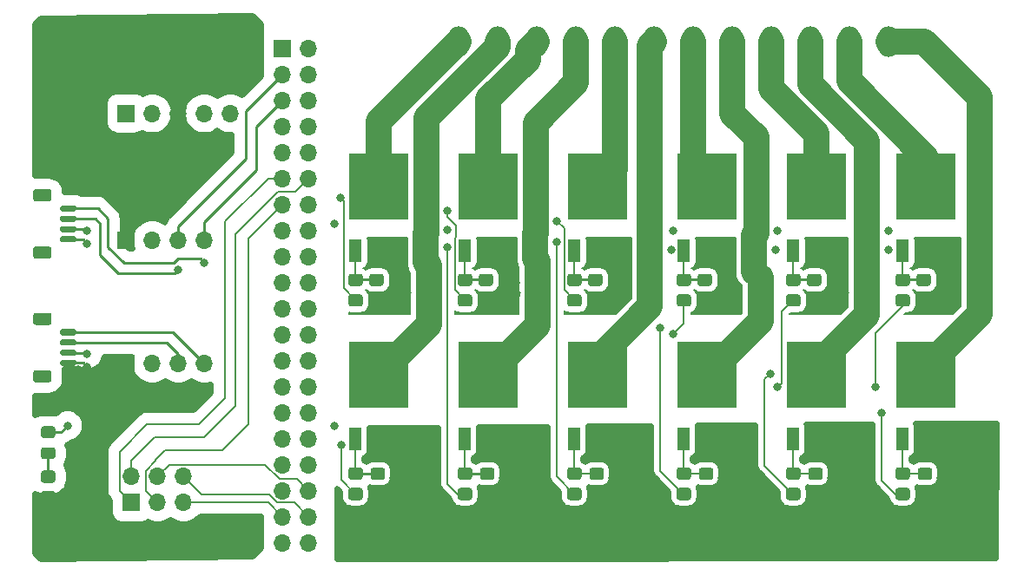
<source format=gbr>
%TF.GenerationSoftware,KiCad,Pcbnew,5.1.9+dfsg1-1*%
%TF.CreationDate,2021-02-28T18:52:37-05:00*%
%TF.ProjectId,incubator_pcb,696e6375-6261-4746-9f72-5f7063622e6b,rev?*%
%TF.SameCoordinates,Original*%
%TF.FileFunction,Copper,L1,Top*%
%TF.FilePolarity,Positive*%
%FSLAX46Y46*%
G04 Gerber Fmt 4.6, Leading zero omitted, Abs format (unit mm)*
G04 Created by KiCad (PCBNEW 5.1.9+dfsg1-1) date 2021-02-28 18:52:37*
%MOMM*%
%LPD*%
G01*
G04 APERTURE LIST*
%TA.AperFunction,ComponentPad*%
%ADD10O,1.700000X1.700000*%
%TD*%
%TA.AperFunction,ComponentPad*%
%ADD11R,1.700000X1.700000*%
%TD*%
%TA.AperFunction,SMDPad,CuDef*%
%ADD12R,5.800000X6.400000*%
%TD*%
%TA.AperFunction,SMDPad,CuDef*%
%ADD13R,1.200000X2.200000*%
%TD*%
%TA.AperFunction,ComponentPad*%
%ADD14O,2.000000X3.000000*%
%TD*%
%TA.AperFunction,ViaPad*%
%ADD15C,0.800000*%
%TD*%
%TA.AperFunction,Conductor*%
%ADD16C,0.250000*%
%TD*%
%TA.AperFunction,Conductor*%
%ADD17C,0.200000*%
%TD*%
%TA.AperFunction,Conductor*%
%ADD18C,2.500000*%
%TD*%
%TA.AperFunction,Conductor*%
%ADD19C,0.100000*%
%TD*%
%TA.AperFunction,Conductor*%
%ADD20C,0.500000*%
%TD*%
G04 APERTURE END LIST*
D10*
X20828000Y-118618000D03*
X20828000Y-121158000D03*
X18288000Y-118618000D03*
X18288000Y-121158000D03*
X15748000Y-118618000D03*
D11*
X15748000Y-121158000D03*
D12*
X39871380Y-90300120D03*
D13*
X42151380Y-96600120D03*
X37591380Y-96600120D03*
D10*
X22860000Y-107619999D03*
X20320000Y-107619999D03*
X17780000Y-107619999D03*
D11*
X15240000Y-107619999D03*
D10*
X22860000Y-95554999D03*
X20320000Y-95554999D03*
X17780000Y-95554999D03*
D11*
X15240000Y-95554999D03*
D12*
X50539380Y-90300120D03*
D13*
X52819380Y-96600120D03*
X48259380Y-96600120D03*
%TA.AperFunction,SMDPad,CuDef*%
G36*
G01*
X71304999Y-119764000D02*
X72205001Y-119764000D01*
G75*
G02*
X72455000Y-120013999I0J-249999D01*
G01*
X72455000Y-120714001D01*
G75*
G02*
X72205001Y-120964000I-249999J0D01*
G01*
X71304999Y-120964000D01*
G75*
G02*
X71055000Y-120714001I0J249999D01*
G01*
X71055000Y-120013999D01*
G75*
G02*
X71304999Y-119764000I249999J0D01*
G01*
G37*
%TD.AperFunction*%
%TA.AperFunction,SMDPad,CuDef*%
G36*
G01*
X71304999Y-117764000D02*
X72205001Y-117764000D01*
G75*
G02*
X72455000Y-118013999I0J-249999D01*
G01*
X72455000Y-118714001D01*
G75*
G02*
X72205001Y-118964000I-249999J0D01*
G01*
X71304999Y-118964000D01*
G75*
G02*
X71055000Y-118714001I0J249999D01*
G01*
X71055000Y-118013999D01*
G75*
G02*
X71304999Y-117764000I249999J0D01*
G01*
G37*
%TD.AperFunction*%
%TA.AperFunction,SMDPad,CuDef*%
G36*
G01*
X71177999Y-100841000D02*
X72078001Y-100841000D01*
G75*
G02*
X72328000Y-101090999I0J-249999D01*
G01*
X72328000Y-101791001D01*
G75*
G02*
X72078001Y-102041000I-249999J0D01*
G01*
X71177999Y-102041000D01*
G75*
G02*
X70928000Y-101791001I0J249999D01*
G01*
X70928000Y-101090999D01*
G75*
G02*
X71177999Y-100841000I249999J0D01*
G01*
G37*
%TD.AperFunction*%
%TA.AperFunction,SMDPad,CuDef*%
G36*
G01*
X71177999Y-98841000D02*
X72078001Y-98841000D01*
G75*
G02*
X72328000Y-99090999I0J-249999D01*
G01*
X72328000Y-99791001D01*
G75*
G02*
X72078001Y-100041000I-249999J0D01*
G01*
X71177999Y-100041000D01*
G75*
G02*
X70928000Y-99791001I0J249999D01*
G01*
X70928000Y-99090999D01*
G75*
G02*
X71177999Y-98841000I249999J0D01*
G01*
G37*
%TD.AperFunction*%
%TA.AperFunction,SMDPad,CuDef*%
G36*
G01*
X69140379Y-119740120D02*
X70040381Y-119740120D01*
G75*
G02*
X70290380Y-119990119I0J-249999D01*
G01*
X70290380Y-120690121D01*
G75*
G02*
X70040381Y-120940120I-249999J0D01*
G01*
X69140379Y-120940120D01*
G75*
G02*
X68890380Y-120690121I0J249999D01*
G01*
X68890380Y-119990119D01*
G75*
G02*
X69140379Y-119740120I249999J0D01*
G01*
G37*
%TD.AperFunction*%
%TA.AperFunction,SMDPad,CuDef*%
G36*
G01*
X69140379Y-117740120D02*
X70040381Y-117740120D01*
G75*
G02*
X70290380Y-117990119I0J-249999D01*
G01*
X70290380Y-118690121D01*
G75*
G02*
X70040381Y-118940120I-249999J0D01*
G01*
X69140379Y-118940120D01*
G75*
G02*
X68890380Y-118690121I0J249999D01*
G01*
X68890380Y-117990119D01*
G75*
G02*
X69140379Y-117740120I249999J0D01*
G01*
G37*
%TD.AperFunction*%
%TA.AperFunction,SMDPad,CuDef*%
G36*
G01*
X69140379Y-100841000D02*
X70040381Y-100841000D01*
G75*
G02*
X70290380Y-101090999I0J-249999D01*
G01*
X70290380Y-101791001D01*
G75*
G02*
X70040381Y-102041000I-249999J0D01*
G01*
X69140379Y-102041000D01*
G75*
G02*
X68890380Y-101791001I0J249999D01*
G01*
X68890380Y-101090999D01*
G75*
G02*
X69140379Y-100841000I249999J0D01*
G01*
G37*
%TD.AperFunction*%
%TA.AperFunction,SMDPad,CuDef*%
G36*
G01*
X69140379Y-98841000D02*
X70040381Y-98841000D01*
G75*
G02*
X70290380Y-99090999I0J-249999D01*
G01*
X70290380Y-99791001D01*
G75*
G02*
X70040381Y-100041000I-249999J0D01*
G01*
X69140379Y-100041000D01*
G75*
G02*
X68890380Y-99791001I0J249999D01*
G01*
X68890380Y-99090999D01*
G75*
G02*
X69140379Y-98841000I249999J0D01*
G01*
G37*
%TD.AperFunction*%
%TA.AperFunction,SMDPad,CuDef*%
G36*
G01*
X60636999Y-119764000D02*
X61537001Y-119764000D01*
G75*
G02*
X61787000Y-120013999I0J-249999D01*
G01*
X61787000Y-120714001D01*
G75*
G02*
X61537001Y-120964000I-249999J0D01*
G01*
X60636999Y-120964000D01*
G75*
G02*
X60387000Y-120714001I0J249999D01*
G01*
X60387000Y-120013999D01*
G75*
G02*
X60636999Y-119764000I249999J0D01*
G01*
G37*
%TD.AperFunction*%
%TA.AperFunction,SMDPad,CuDef*%
G36*
G01*
X60636999Y-117764000D02*
X61537001Y-117764000D01*
G75*
G02*
X61787000Y-118013999I0J-249999D01*
G01*
X61787000Y-118714001D01*
G75*
G02*
X61537001Y-118964000I-249999J0D01*
G01*
X60636999Y-118964000D01*
G75*
G02*
X60387000Y-118714001I0J249999D01*
G01*
X60387000Y-118013999D01*
G75*
G02*
X60636999Y-117764000I249999J0D01*
G01*
G37*
%TD.AperFunction*%
%TA.AperFunction,SMDPad,CuDef*%
G36*
G01*
X60509999Y-100841000D02*
X61410001Y-100841000D01*
G75*
G02*
X61660000Y-101090999I0J-249999D01*
G01*
X61660000Y-101791001D01*
G75*
G02*
X61410001Y-102041000I-249999J0D01*
G01*
X60509999Y-102041000D01*
G75*
G02*
X60260000Y-101791001I0J249999D01*
G01*
X60260000Y-101090999D01*
G75*
G02*
X60509999Y-100841000I249999J0D01*
G01*
G37*
%TD.AperFunction*%
%TA.AperFunction,SMDPad,CuDef*%
G36*
G01*
X60509999Y-98841000D02*
X61410001Y-98841000D01*
G75*
G02*
X61660000Y-99090999I0J-249999D01*
G01*
X61660000Y-99791001D01*
G75*
G02*
X61410001Y-100041000I-249999J0D01*
G01*
X60509999Y-100041000D01*
G75*
G02*
X60260000Y-99791001I0J249999D01*
G01*
X60260000Y-99090999D01*
G75*
G02*
X60509999Y-98841000I249999J0D01*
G01*
G37*
%TD.AperFunction*%
%TA.AperFunction,SMDPad,CuDef*%
G36*
G01*
X58472379Y-119740120D02*
X59372381Y-119740120D01*
G75*
G02*
X59622380Y-119990119I0J-249999D01*
G01*
X59622380Y-120690121D01*
G75*
G02*
X59372381Y-120940120I-249999J0D01*
G01*
X58472379Y-120940120D01*
G75*
G02*
X58222380Y-120690121I0J249999D01*
G01*
X58222380Y-119990119D01*
G75*
G02*
X58472379Y-119740120I249999J0D01*
G01*
G37*
%TD.AperFunction*%
%TA.AperFunction,SMDPad,CuDef*%
G36*
G01*
X58472379Y-117740120D02*
X59372381Y-117740120D01*
G75*
G02*
X59622380Y-117990119I0J-249999D01*
G01*
X59622380Y-118690121D01*
G75*
G02*
X59372381Y-118940120I-249999J0D01*
G01*
X58472379Y-118940120D01*
G75*
G02*
X58222380Y-118690121I0J249999D01*
G01*
X58222380Y-117990119D01*
G75*
G02*
X58472379Y-117740120I249999J0D01*
G01*
G37*
%TD.AperFunction*%
%TA.AperFunction,SMDPad,CuDef*%
G36*
G01*
X58472379Y-100841000D02*
X59372381Y-100841000D01*
G75*
G02*
X59622380Y-101090999I0J-249999D01*
G01*
X59622380Y-101791001D01*
G75*
G02*
X59372381Y-102041000I-249999J0D01*
G01*
X58472379Y-102041000D01*
G75*
G02*
X58222380Y-101791001I0J249999D01*
G01*
X58222380Y-101090999D01*
G75*
G02*
X58472379Y-100841000I249999J0D01*
G01*
G37*
%TD.AperFunction*%
%TA.AperFunction,SMDPad,CuDef*%
G36*
G01*
X58472379Y-98841000D02*
X59372381Y-98841000D01*
G75*
G02*
X59622380Y-99090999I0J-249999D01*
G01*
X59622380Y-99791001D01*
G75*
G02*
X59372381Y-100041000I-249999J0D01*
G01*
X58472379Y-100041000D01*
G75*
G02*
X58222380Y-99791001I0J249999D01*
G01*
X58222380Y-99090999D01*
G75*
G02*
X58472379Y-98841000I249999J0D01*
G01*
G37*
%TD.AperFunction*%
%TA.AperFunction,SMDPad,CuDef*%
G36*
G01*
X92640999Y-119764000D02*
X93541001Y-119764000D01*
G75*
G02*
X93791000Y-120013999I0J-249999D01*
G01*
X93791000Y-120714001D01*
G75*
G02*
X93541001Y-120964000I-249999J0D01*
G01*
X92640999Y-120964000D01*
G75*
G02*
X92391000Y-120714001I0J249999D01*
G01*
X92391000Y-120013999D01*
G75*
G02*
X92640999Y-119764000I249999J0D01*
G01*
G37*
%TD.AperFunction*%
%TA.AperFunction,SMDPad,CuDef*%
G36*
G01*
X92640999Y-117764000D02*
X93541001Y-117764000D01*
G75*
G02*
X93791000Y-118013999I0J-249999D01*
G01*
X93791000Y-118714001D01*
G75*
G02*
X93541001Y-118964000I-249999J0D01*
G01*
X92640999Y-118964000D01*
G75*
G02*
X92391000Y-118714001I0J249999D01*
G01*
X92391000Y-118013999D01*
G75*
G02*
X92640999Y-117764000I249999J0D01*
G01*
G37*
%TD.AperFunction*%
%TA.AperFunction,SMDPad,CuDef*%
G36*
G01*
X92513999Y-100841000D02*
X93414001Y-100841000D01*
G75*
G02*
X93664000Y-101090999I0J-249999D01*
G01*
X93664000Y-101791001D01*
G75*
G02*
X93414001Y-102041000I-249999J0D01*
G01*
X92513999Y-102041000D01*
G75*
G02*
X92264000Y-101791001I0J249999D01*
G01*
X92264000Y-101090999D01*
G75*
G02*
X92513999Y-100841000I249999J0D01*
G01*
G37*
%TD.AperFunction*%
%TA.AperFunction,SMDPad,CuDef*%
G36*
G01*
X92513999Y-98841000D02*
X93414001Y-98841000D01*
G75*
G02*
X93664000Y-99090999I0J-249999D01*
G01*
X93664000Y-99791001D01*
G75*
G02*
X93414001Y-100041000I-249999J0D01*
G01*
X92513999Y-100041000D01*
G75*
G02*
X92264000Y-99791001I0J249999D01*
G01*
X92264000Y-99090999D01*
G75*
G02*
X92513999Y-98841000I249999J0D01*
G01*
G37*
%TD.AperFunction*%
%TA.AperFunction,SMDPad,CuDef*%
G36*
G01*
X90476379Y-119740120D02*
X91376381Y-119740120D01*
G75*
G02*
X91626380Y-119990119I0J-249999D01*
G01*
X91626380Y-120690121D01*
G75*
G02*
X91376381Y-120940120I-249999J0D01*
G01*
X90476379Y-120940120D01*
G75*
G02*
X90226380Y-120690121I0J249999D01*
G01*
X90226380Y-119990119D01*
G75*
G02*
X90476379Y-119740120I249999J0D01*
G01*
G37*
%TD.AperFunction*%
%TA.AperFunction,SMDPad,CuDef*%
G36*
G01*
X90476379Y-117740120D02*
X91376381Y-117740120D01*
G75*
G02*
X91626380Y-117990119I0J-249999D01*
G01*
X91626380Y-118690121D01*
G75*
G02*
X91376381Y-118940120I-249999J0D01*
G01*
X90476379Y-118940120D01*
G75*
G02*
X90226380Y-118690121I0J249999D01*
G01*
X90226380Y-117990119D01*
G75*
G02*
X90476379Y-117740120I249999J0D01*
G01*
G37*
%TD.AperFunction*%
%TA.AperFunction,SMDPad,CuDef*%
G36*
G01*
X90476379Y-100841000D02*
X91376381Y-100841000D01*
G75*
G02*
X91626380Y-101090999I0J-249999D01*
G01*
X91626380Y-101791001D01*
G75*
G02*
X91376381Y-102041000I-249999J0D01*
G01*
X90476379Y-102041000D01*
G75*
G02*
X90226380Y-101791001I0J249999D01*
G01*
X90226380Y-101090999D01*
G75*
G02*
X90476379Y-100841000I249999J0D01*
G01*
G37*
%TD.AperFunction*%
%TA.AperFunction,SMDPad,CuDef*%
G36*
G01*
X90476379Y-98841000D02*
X91376381Y-98841000D01*
G75*
G02*
X91626380Y-99090999I0J-249999D01*
G01*
X91626380Y-99791001D01*
G75*
G02*
X91376381Y-100041000I-249999J0D01*
G01*
X90476379Y-100041000D01*
G75*
G02*
X90226380Y-99791001I0J249999D01*
G01*
X90226380Y-99090999D01*
G75*
G02*
X90476379Y-98841000I249999J0D01*
G01*
G37*
%TD.AperFunction*%
%TA.AperFunction,SMDPad,CuDef*%
G36*
G01*
X81972999Y-119764000D02*
X82873001Y-119764000D01*
G75*
G02*
X83123000Y-120013999I0J-249999D01*
G01*
X83123000Y-120714001D01*
G75*
G02*
X82873001Y-120964000I-249999J0D01*
G01*
X81972999Y-120964000D01*
G75*
G02*
X81723000Y-120714001I0J249999D01*
G01*
X81723000Y-120013999D01*
G75*
G02*
X81972999Y-119764000I249999J0D01*
G01*
G37*
%TD.AperFunction*%
%TA.AperFunction,SMDPad,CuDef*%
G36*
G01*
X81972999Y-117764000D02*
X82873001Y-117764000D01*
G75*
G02*
X83123000Y-118013999I0J-249999D01*
G01*
X83123000Y-118714001D01*
G75*
G02*
X82873001Y-118964000I-249999J0D01*
G01*
X81972999Y-118964000D01*
G75*
G02*
X81723000Y-118714001I0J249999D01*
G01*
X81723000Y-118013999D01*
G75*
G02*
X81972999Y-117764000I249999J0D01*
G01*
G37*
%TD.AperFunction*%
%TA.AperFunction,SMDPad,CuDef*%
G36*
G01*
X81845999Y-100841000D02*
X82746001Y-100841000D01*
G75*
G02*
X82996000Y-101090999I0J-249999D01*
G01*
X82996000Y-101791001D01*
G75*
G02*
X82746001Y-102041000I-249999J0D01*
G01*
X81845999Y-102041000D01*
G75*
G02*
X81596000Y-101791001I0J249999D01*
G01*
X81596000Y-101090999D01*
G75*
G02*
X81845999Y-100841000I249999J0D01*
G01*
G37*
%TD.AperFunction*%
%TA.AperFunction,SMDPad,CuDef*%
G36*
G01*
X81845999Y-98841000D02*
X82746001Y-98841000D01*
G75*
G02*
X82996000Y-99090999I0J-249999D01*
G01*
X82996000Y-99791001D01*
G75*
G02*
X82746001Y-100041000I-249999J0D01*
G01*
X81845999Y-100041000D01*
G75*
G02*
X81596000Y-99791001I0J249999D01*
G01*
X81596000Y-99090999D01*
G75*
G02*
X81845999Y-98841000I249999J0D01*
G01*
G37*
%TD.AperFunction*%
%TA.AperFunction,SMDPad,CuDef*%
G36*
G01*
X79808379Y-119740120D02*
X80708381Y-119740120D01*
G75*
G02*
X80958380Y-119990119I0J-249999D01*
G01*
X80958380Y-120690121D01*
G75*
G02*
X80708381Y-120940120I-249999J0D01*
G01*
X79808379Y-120940120D01*
G75*
G02*
X79558380Y-120690121I0J249999D01*
G01*
X79558380Y-119990119D01*
G75*
G02*
X79808379Y-119740120I249999J0D01*
G01*
G37*
%TD.AperFunction*%
%TA.AperFunction,SMDPad,CuDef*%
G36*
G01*
X79808379Y-117740120D02*
X80708381Y-117740120D01*
G75*
G02*
X80958380Y-117990119I0J-249999D01*
G01*
X80958380Y-118690121D01*
G75*
G02*
X80708381Y-118940120I-249999J0D01*
G01*
X79808379Y-118940120D01*
G75*
G02*
X79558380Y-118690121I0J249999D01*
G01*
X79558380Y-117990119D01*
G75*
G02*
X79808379Y-117740120I249999J0D01*
G01*
G37*
%TD.AperFunction*%
%TA.AperFunction,SMDPad,CuDef*%
G36*
G01*
X79808379Y-100841000D02*
X80708381Y-100841000D01*
G75*
G02*
X80958380Y-101090999I0J-249999D01*
G01*
X80958380Y-101791001D01*
G75*
G02*
X80708381Y-102041000I-249999J0D01*
G01*
X79808379Y-102041000D01*
G75*
G02*
X79558380Y-101791001I0J249999D01*
G01*
X79558380Y-101090999D01*
G75*
G02*
X79808379Y-100841000I249999J0D01*
G01*
G37*
%TD.AperFunction*%
%TA.AperFunction,SMDPad,CuDef*%
G36*
G01*
X79808379Y-98841000D02*
X80708381Y-98841000D01*
G75*
G02*
X80958380Y-99090999I0J-249999D01*
G01*
X80958380Y-99791001D01*
G75*
G02*
X80708381Y-100041000I-249999J0D01*
G01*
X79808379Y-100041000D01*
G75*
G02*
X79558380Y-99791001I0J249999D01*
G01*
X79558380Y-99090999D01*
G75*
G02*
X79808379Y-98841000I249999J0D01*
G01*
G37*
%TD.AperFunction*%
%TA.AperFunction,SMDPad,CuDef*%
G36*
G01*
X49968999Y-119764000D02*
X50869001Y-119764000D01*
G75*
G02*
X51119000Y-120013999I0J-249999D01*
G01*
X51119000Y-120714001D01*
G75*
G02*
X50869001Y-120964000I-249999J0D01*
G01*
X49968999Y-120964000D01*
G75*
G02*
X49719000Y-120714001I0J249999D01*
G01*
X49719000Y-120013999D01*
G75*
G02*
X49968999Y-119764000I249999J0D01*
G01*
G37*
%TD.AperFunction*%
%TA.AperFunction,SMDPad,CuDef*%
G36*
G01*
X49968999Y-117764000D02*
X50869001Y-117764000D01*
G75*
G02*
X51119000Y-118013999I0J-249999D01*
G01*
X51119000Y-118714001D01*
G75*
G02*
X50869001Y-118964000I-249999J0D01*
G01*
X49968999Y-118964000D01*
G75*
G02*
X49719000Y-118714001I0J249999D01*
G01*
X49719000Y-118013999D01*
G75*
G02*
X49968999Y-117764000I249999J0D01*
G01*
G37*
%TD.AperFunction*%
%TA.AperFunction,SMDPad,CuDef*%
G36*
G01*
X49841999Y-100841000D02*
X50742001Y-100841000D01*
G75*
G02*
X50992000Y-101090999I0J-249999D01*
G01*
X50992000Y-101791001D01*
G75*
G02*
X50742001Y-102041000I-249999J0D01*
G01*
X49841999Y-102041000D01*
G75*
G02*
X49592000Y-101791001I0J249999D01*
G01*
X49592000Y-101090999D01*
G75*
G02*
X49841999Y-100841000I249999J0D01*
G01*
G37*
%TD.AperFunction*%
%TA.AperFunction,SMDPad,CuDef*%
G36*
G01*
X49841999Y-98841000D02*
X50742001Y-98841000D01*
G75*
G02*
X50992000Y-99090999I0J-249999D01*
G01*
X50992000Y-99791001D01*
G75*
G02*
X50742001Y-100041000I-249999J0D01*
G01*
X49841999Y-100041000D01*
G75*
G02*
X49592000Y-99791001I0J249999D01*
G01*
X49592000Y-99090999D01*
G75*
G02*
X49841999Y-98841000I249999J0D01*
G01*
G37*
%TD.AperFunction*%
%TA.AperFunction,SMDPad,CuDef*%
G36*
G01*
X47804379Y-119740120D02*
X48704381Y-119740120D01*
G75*
G02*
X48954380Y-119990119I0J-249999D01*
G01*
X48954380Y-120690121D01*
G75*
G02*
X48704381Y-120940120I-249999J0D01*
G01*
X47804379Y-120940120D01*
G75*
G02*
X47554380Y-120690121I0J249999D01*
G01*
X47554380Y-119990119D01*
G75*
G02*
X47804379Y-119740120I249999J0D01*
G01*
G37*
%TD.AperFunction*%
%TA.AperFunction,SMDPad,CuDef*%
G36*
G01*
X47804379Y-117740120D02*
X48704381Y-117740120D01*
G75*
G02*
X48954380Y-117990119I0J-249999D01*
G01*
X48954380Y-118690121D01*
G75*
G02*
X48704381Y-118940120I-249999J0D01*
G01*
X47804379Y-118940120D01*
G75*
G02*
X47554380Y-118690121I0J249999D01*
G01*
X47554380Y-117990119D01*
G75*
G02*
X47804379Y-117740120I249999J0D01*
G01*
G37*
%TD.AperFunction*%
%TA.AperFunction,SMDPad,CuDef*%
G36*
G01*
X47804379Y-100841000D02*
X48704381Y-100841000D01*
G75*
G02*
X48954380Y-101090999I0J-249999D01*
G01*
X48954380Y-101791001D01*
G75*
G02*
X48704381Y-102041000I-249999J0D01*
G01*
X47804379Y-102041000D01*
G75*
G02*
X47554380Y-101791001I0J249999D01*
G01*
X47554380Y-101090999D01*
G75*
G02*
X47804379Y-100841000I249999J0D01*
G01*
G37*
%TD.AperFunction*%
%TA.AperFunction,SMDPad,CuDef*%
G36*
G01*
X47804379Y-98841000D02*
X48704381Y-98841000D01*
G75*
G02*
X48954380Y-99090999I0J-249999D01*
G01*
X48954380Y-99791001D01*
G75*
G02*
X48704381Y-100041000I-249999J0D01*
G01*
X47804379Y-100041000D01*
G75*
G02*
X47554380Y-99791001I0J249999D01*
G01*
X47554380Y-99090999D01*
G75*
G02*
X47804379Y-98841000I249999J0D01*
G01*
G37*
%TD.AperFunction*%
%TA.AperFunction,SMDPad,CuDef*%
G36*
G01*
X39300999Y-119764000D02*
X40201001Y-119764000D01*
G75*
G02*
X40451000Y-120013999I0J-249999D01*
G01*
X40451000Y-120714001D01*
G75*
G02*
X40201001Y-120964000I-249999J0D01*
G01*
X39300999Y-120964000D01*
G75*
G02*
X39051000Y-120714001I0J249999D01*
G01*
X39051000Y-120013999D01*
G75*
G02*
X39300999Y-119764000I249999J0D01*
G01*
G37*
%TD.AperFunction*%
%TA.AperFunction,SMDPad,CuDef*%
G36*
G01*
X39300999Y-117764000D02*
X40201001Y-117764000D01*
G75*
G02*
X40451000Y-118013999I0J-249999D01*
G01*
X40451000Y-118714001D01*
G75*
G02*
X40201001Y-118964000I-249999J0D01*
G01*
X39300999Y-118964000D01*
G75*
G02*
X39051000Y-118714001I0J249999D01*
G01*
X39051000Y-118013999D01*
G75*
G02*
X39300999Y-117764000I249999J0D01*
G01*
G37*
%TD.AperFunction*%
%TA.AperFunction,SMDPad,CuDef*%
G36*
G01*
X39173999Y-100841000D02*
X40074001Y-100841000D01*
G75*
G02*
X40324000Y-101090999I0J-249999D01*
G01*
X40324000Y-101791001D01*
G75*
G02*
X40074001Y-102041000I-249999J0D01*
G01*
X39173999Y-102041000D01*
G75*
G02*
X38924000Y-101791001I0J249999D01*
G01*
X38924000Y-101090999D01*
G75*
G02*
X39173999Y-100841000I249999J0D01*
G01*
G37*
%TD.AperFunction*%
%TA.AperFunction,SMDPad,CuDef*%
G36*
G01*
X39173999Y-98841000D02*
X40074001Y-98841000D01*
G75*
G02*
X40324000Y-99090999I0J-249999D01*
G01*
X40324000Y-99791001D01*
G75*
G02*
X40074001Y-100041000I-249999J0D01*
G01*
X39173999Y-100041000D01*
G75*
G02*
X38924000Y-99791001I0J249999D01*
G01*
X38924000Y-99090999D01*
G75*
G02*
X39173999Y-98841000I249999J0D01*
G01*
G37*
%TD.AperFunction*%
%TA.AperFunction,SMDPad,CuDef*%
G36*
G01*
X37136379Y-119740120D02*
X38036381Y-119740120D01*
G75*
G02*
X38286380Y-119990119I0J-249999D01*
G01*
X38286380Y-120690121D01*
G75*
G02*
X38036381Y-120940120I-249999J0D01*
G01*
X37136379Y-120940120D01*
G75*
G02*
X36886380Y-120690121I0J249999D01*
G01*
X36886380Y-119990119D01*
G75*
G02*
X37136379Y-119740120I249999J0D01*
G01*
G37*
%TD.AperFunction*%
%TA.AperFunction,SMDPad,CuDef*%
G36*
G01*
X37136379Y-117740120D02*
X38036381Y-117740120D01*
G75*
G02*
X38286380Y-117990119I0J-249999D01*
G01*
X38286380Y-118690121D01*
G75*
G02*
X38036381Y-118940120I-249999J0D01*
G01*
X37136379Y-118940120D01*
G75*
G02*
X36886380Y-118690121I0J249999D01*
G01*
X36886380Y-117990119D01*
G75*
G02*
X37136379Y-117740120I249999J0D01*
G01*
G37*
%TD.AperFunction*%
%TA.AperFunction,SMDPad,CuDef*%
G36*
G01*
X37136379Y-100841000D02*
X38036381Y-100841000D01*
G75*
G02*
X38286380Y-101090999I0J-249999D01*
G01*
X38286380Y-101791001D01*
G75*
G02*
X38036381Y-102041000I-249999J0D01*
G01*
X37136379Y-102041000D01*
G75*
G02*
X36886380Y-101791001I0J249999D01*
G01*
X36886380Y-101090999D01*
G75*
G02*
X37136379Y-100841000I249999J0D01*
G01*
G37*
%TD.AperFunction*%
%TA.AperFunction,SMDPad,CuDef*%
G36*
G01*
X37136379Y-98841000D02*
X38036381Y-98841000D01*
G75*
G02*
X38286380Y-99090999I0J-249999D01*
G01*
X38286380Y-99791001D01*
G75*
G02*
X38036381Y-100041000I-249999J0D01*
G01*
X37136379Y-100041000D01*
G75*
G02*
X36886380Y-99791001I0J249999D01*
G01*
X36886380Y-99090999D01*
G75*
G02*
X37136379Y-98841000I249999J0D01*
G01*
G37*
%TD.AperFunction*%
%TA.AperFunction,SMDPad,CuDef*%
G36*
G01*
X8070001Y-119250000D02*
X7169999Y-119250000D01*
G75*
G02*
X6920000Y-119000001I0J249999D01*
G01*
X6920000Y-118299999D01*
G75*
G02*
X7169999Y-118050000I249999J0D01*
G01*
X8070001Y-118050000D01*
G75*
G02*
X8320000Y-118299999I0J-249999D01*
G01*
X8320000Y-119000001D01*
G75*
G02*
X8070001Y-119250000I-249999J0D01*
G01*
G37*
%TD.AperFunction*%
%TA.AperFunction,SMDPad,CuDef*%
G36*
G01*
X8070001Y-121250000D02*
X7169999Y-121250000D01*
G75*
G02*
X6920000Y-121000001I0J249999D01*
G01*
X6920000Y-120299999D01*
G75*
G02*
X7169999Y-120050000I249999J0D01*
G01*
X8070001Y-120050000D01*
G75*
G02*
X8320000Y-120299999I0J-249999D01*
G01*
X8320000Y-121000001D01*
G75*
G02*
X8070001Y-121250000I-249999J0D01*
G01*
G37*
%TD.AperFunction*%
D10*
X33020000Y-125095000D03*
X30480000Y-125095000D03*
X33020000Y-122555000D03*
X30480000Y-122555000D03*
X33020000Y-120015000D03*
X30480000Y-120015000D03*
X33020000Y-117475000D03*
X30480000Y-117475000D03*
X33020000Y-114935000D03*
X30480000Y-114935000D03*
X33020000Y-112395000D03*
X30480000Y-112395000D03*
X33020000Y-109855000D03*
X30480000Y-109855000D03*
X33020000Y-107315000D03*
X30480000Y-107315000D03*
X33020000Y-104775000D03*
X30480000Y-104775000D03*
X33020000Y-102235000D03*
X30480000Y-102235000D03*
X33020000Y-99695000D03*
X30480000Y-99695000D03*
X33020000Y-97155000D03*
X30480000Y-97155000D03*
X33020000Y-94615000D03*
X30480000Y-94615000D03*
X33020000Y-92075000D03*
X30480000Y-92075000D03*
X33020000Y-89535000D03*
X30480000Y-89535000D03*
X33020000Y-86995000D03*
X30480000Y-86995000D03*
X33020000Y-84455000D03*
X30480000Y-84455000D03*
X33020000Y-81915000D03*
X30480000Y-81915000D03*
X33020000Y-79375000D03*
X30480000Y-79375000D03*
X33020000Y-76835000D03*
D11*
X30480000Y-76835000D03*
%TA.AperFunction,SMDPad,CuDef*%
G36*
G01*
X7705001Y-103845000D02*
X6404999Y-103845000D01*
G75*
G02*
X6155000Y-103595001I0J249999D01*
G01*
X6155000Y-102894999D01*
G75*
G02*
X6404999Y-102645000I249999J0D01*
G01*
X7705001Y-102645000D01*
G75*
G02*
X7955000Y-102894999I0J-249999D01*
G01*
X7955000Y-103595001D01*
G75*
G02*
X7705001Y-103845000I-249999J0D01*
G01*
G37*
%TD.AperFunction*%
%TA.AperFunction,SMDPad,CuDef*%
G36*
G01*
X7705001Y-109445000D02*
X6404999Y-109445000D01*
G75*
G02*
X6155000Y-109195001I0J249999D01*
G01*
X6155000Y-108494999D01*
G75*
G02*
X6404999Y-108245000I249999J0D01*
G01*
X7705001Y-108245000D01*
G75*
G02*
X7955000Y-108494999I0J-249999D01*
G01*
X7955000Y-109195001D01*
G75*
G02*
X7705001Y-109445000I-249999J0D01*
G01*
G37*
%TD.AperFunction*%
%TA.AperFunction,SMDPad,CuDef*%
G36*
G01*
X10205000Y-104845000D02*
X8955000Y-104845000D01*
G75*
G02*
X8805000Y-104695000I0J150000D01*
G01*
X8805000Y-104395000D01*
G75*
G02*
X8955000Y-104245000I150000J0D01*
G01*
X10205000Y-104245000D01*
G75*
G02*
X10355000Y-104395000I0J-150000D01*
G01*
X10355000Y-104695000D01*
G75*
G02*
X10205000Y-104845000I-150000J0D01*
G01*
G37*
%TD.AperFunction*%
%TA.AperFunction,SMDPad,CuDef*%
G36*
G01*
X10205000Y-105845000D02*
X8955000Y-105845000D01*
G75*
G02*
X8805000Y-105695000I0J150000D01*
G01*
X8805000Y-105395000D01*
G75*
G02*
X8955000Y-105245000I150000J0D01*
G01*
X10205000Y-105245000D01*
G75*
G02*
X10355000Y-105395000I0J-150000D01*
G01*
X10355000Y-105695000D01*
G75*
G02*
X10205000Y-105845000I-150000J0D01*
G01*
G37*
%TD.AperFunction*%
%TA.AperFunction,SMDPad,CuDef*%
G36*
G01*
X10205000Y-106845000D02*
X8955000Y-106845000D01*
G75*
G02*
X8805000Y-106695000I0J150000D01*
G01*
X8805000Y-106395000D01*
G75*
G02*
X8955000Y-106245000I150000J0D01*
G01*
X10205000Y-106245000D01*
G75*
G02*
X10355000Y-106395000I0J-150000D01*
G01*
X10355000Y-106695000D01*
G75*
G02*
X10205000Y-106845000I-150000J0D01*
G01*
G37*
%TD.AperFunction*%
%TA.AperFunction,SMDPad,CuDef*%
G36*
G01*
X10205000Y-107845000D02*
X8955000Y-107845000D01*
G75*
G02*
X8805000Y-107695000I0J150000D01*
G01*
X8805000Y-107395000D01*
G75*
G02*
X8955000Y-107245000I150000J0D01*
G01*
X10205000Y-107245000D01*
G75*
G02*
X10355000Y-107395000I0J-150000D01*
G01*
X10355000Y-107695000D01*
G75*
G02*
X10205000Y-107845000I-150000J0D01*
G01*
G37*
%TD.AperFunction*%
%TA.AperFunction,SMDPad,CuDef*%
G36*
G01*
X7705001Y-91780000D02*
X6404999Y-91780000D01*
G75*
G02*
X6155000Y-91530001I0J249999D01*
G01*
X6155000Y-90829999D01*
G75*
G02*
X6404999Y-90580000I249999J0D01*
G01*
X7705001Y-90580000D01*
G75*
G02*
X7955000Y-90829999I0J-249999D01*
G01*
X7955000Y-91530001D01*
G75*
G02*
X7705001Y-91780000I-249999J0D01*
G01*
G37*
%TD.AperFunction*%
%TA.AperFunction,SMDPad,CuDef*%
G36*
G01*
X7705001Y-97380000D02*
X6404999Y-97380000D01*
G75*
G02*
X6155000Y-97130001I0J249999D01*
G01*
X6155000Y-96429999D01*
G75*
G02*
X6404999Y-96180000I249999J0D01*
G01*
X7705001Y-96180000D01*
G75*
G02*
X7955000Y-96429999I0J-249999D01*
G01*
X7955000Y-97130001D01*
G75*
G02*
X7705001Y-97380000I-249999J0D01*
G01*
G37*
%TD.AperFunction*%
%TA.AperFunction,SMDPad,CuDef*%
G36*
G01*
X10205000Y-92780000D02*
X8955000Y-92780000D01*
G75*
G02*
X8805000Y-92630000I0J150000D01*
G01*
X8805000Y-92330000D01*
G75*
G02*
X8955000Y-92180000I150000J0D01*
G01*
X10205000Y-92180000D01*
G75*
G02*
X10355000Y-92330000I0J-150000D01*
G01*
X10355000Y-92630000D01*
G75*
G02*
X10205000Y-92780000I-150000J0D01*
G01*
G37*
%TD.AperFunction*%
%TA.AperFunction,SMDPad,CuDef*%
G36*
G01*
X10205000Y-93780000D02*
X8955000Y-93780000D01*
G75*
G02*
X8805000Y-93630000I0J150000D01*
G01*
X8805000Y-93330000D01*
G75*
G02*
X8955000Y-93180000I150000J0D01*
G01*
X10205000Y-93180000D01*
G75*
G02*
X10355000Y-93330000I0J-150000D01*
G01*
X10355000Y-93630000D01*
G75*
G02*
X10205000Y-93780000I-150000J0D01*
G01*
G37*
%TD.AperFunction*%
%TA.AperFunction,SMDPad,CuDef*%
G36*
G01*
X10205000Y-94780000D02*
X8955000Y-94780000D01*
G75*
G02*
X8805000Y-94630000I0J150000D01*
G01*
X8805000Y-94330000D01*
G75*
G02*
X8955000Y-94180000I150000J0D01*
G01*
X10205000Y-94180000D01*
G75*
G02*
X10355000Y-94330000I0J-150000D01*
G01*
X10355000Y-94630000D01*
G75*
G02*
X10205000Y-94780000I-150000J0D01*
G01*
G37*
%TD.AperFunction*%
%TA.AperFunction,SMDPad,CuDef*%
G36*
G01*
X10205000Y-95780000D02*
X8955000Y-95780000D01*
G75*
G02*
X8805000Y-95630000I0J150000D01*
G01*
X8805000Y-95330000D01*
G75*
G02*
X8955000Y-95180000I150000J0D01*
G01*
X10205000Y-95180000D01*
G75*
G02*
X10355000Y-95330000I0J-150000D01*
G01*
X10355000Y-95630000D01*
G75*
G02*
X10205000Y-95780000I-150000J0D01*
G01*
G37*
%TD.AperFunction*%
D14*
X18288000Y-76200000D03*
X14478000Y-76200000D03*
X10668000Y-76200000D03*
X25908000Y-76200000D03*
X22098000Y-76200000D03*
D10*
X25400000Y-83185000D03*
X22860000Y-83185000D03*
X20320000Y-83185000D03*
X17780000Y-83185000D03*
D11*
X15240000Y-83185000D03*
D12*
X71875380Y-108680120D03*
D13*
X74155380Y-114980120D03*
X69595380Y-114980120D03*
D12*
X71875380Y-90300120D03*
D13*
X74155380Y-96600120D03*
X69595380Y-96600120D03*
D12*
X61207380Y-108680120D03*
D13*
X63487380Y-114980120D03*
X58927380Y-114980120D03*
D12*
X61207380Y-90300120D03*
D13*
X63487380Y-96600120D03*
X58927380Y-96600120D03*
D12*
X93211380Y-108680120D03*
D13*
X95491380Y-114980120D03*
X90931380Y-114980120D03*
D12*
X93211380Y-90300120D03*
D13*
X95491380Y-96600120D03*
X90931380Y-96600120D03*
D12*
X82543380Y-108680120D03*
D13*
X84823380Y-114980120D03*
X80263380Y-114980120D03*
D12*
X82543380Y-90300120D03*
D13*
X84823380Y-96600120D03*
X80263380Y-96600120D03*
D12*
X50539380Y-108680120D03*
D13*
X52819380Y-114980120D03*
X48259380Y-114980120D03*
D12*
X39871380Y-108680120D03*
D13*
X42151380Y-114980120D03*
X37591380Y-114980120D03*
D14*
X89535000Y-76200000D03*
X85725000Y-76200000D03*
X81915000Y-76200000D03*
X78105000Y-76200000D03*
X74295000Y-76200000D03*
X70485000Y-76200000D03*
X66675000Y-76200000D03*
X62865000Y-76200000D03*
X59055000Y-76200000D03*
X55245000Y-76200000D03*
X51435000Y-76200000D03*
X47625000Y-76200000D03*
%TA.AperFunction,SMDPad,CuDef*%
G36*
G01*
X8070001Y-114875000D02*
X7169999Y-114875000D01*
G75*
G02*
X6920000Y-114625001I0J249999D01*
G01*
X6920000Y-113974999D01*
G75*
G02*
X7169999Y-113725000I249999J0D01*
G01*
X8070001Y-113725000D01*
G75*
G02*
X8320000Y-113974999I0J-249999D01*
G01*
X8320000Y-114625001D01*
G75*
G02*
X8070001Y-114875000I-249999J0D01*
G01*
G37*
%TD.AperFunction*%
%TA.AperFunction,SMDPad,CuDef*%
G36*
G01*
X8070001Y-116925000D02*
X7169999Y-116925000D01*
G75*
G02*
X6920000Y-116675001I0J249999D01*
G01*
X6920000Y-116024999D01*
G75*
G02*
X7169999Y-115775000I249999J0D01*
G01*
X8070001Y-115775000D01*
G75*
G02*
X8320000Y-116024999I0J-249999D01*
G01*
X8320000Y-116675001D01*
G75*
G02*
X8070001Y-116925000I-249999J0D01*
G01*
G37*
%TD.AperFunction*%
D15*
X11430000Y-94615000D03*
X11430000Y-106680000D03*
X9525000Y-113665000D03*
X20320000Y-98425000D03*
X22860000Y-97789996D03*
X42545000Y-99695000D03*
X42545000Y-100965000D03*
X41275000Y-100965000D03*
X41275000Y-120015000D03*
X41275000Y-118745000D03*
X11430000Y-95885000D03*
X11430000Y-107950000D03*
X8890000Y-120650000D03*
X42545000Y-118745000D03*
X42545000Y-120015000D03*
X41275000Y-117475000D03*
X42545000Y-117475000D03*
X53213000Y-99695000D03*
X53213000Y-100965000D03*
X51943000Y-100965000D03*
X51943000Y-99695000D03*
X51943000Y-120015000D03*
X51943000Y-118745000D03*
X53213000Y-118745000D03*
X53213000Y-120015000D03*
X51943000Y-117475000D03*
X53213000Y-117475000D03*
X51943000Y-98425000D03*
X85217000Y-99695000D03*
X85217000Y-100965000D03*
X83947000Y-100965000D03*
X83947000Y-99695000D03*
X83947000Y-120015000D03*
X83947000Y-118745000D03*
X85217000Y-118745000D03*
X85217000Y-120015000D03*
X83947000Y-117475000D03*
X85217000Y-117475000D03*
X83947000Y-98425000D03*
X95885000Y-99695000D03*
X95885000Y-100965000D03*
X94615000Y-100965000D03*
X94615000Y-99695000D03*
X94615000Y-120015000D03*
X94615000Y-118745000D03*
X95885000Y-118745000D03*
X95885000Y-120015000D03*
X94615000Y-117475000D03*
X95885000Y-117475000D03*
X94615000Y-98425000D03*
X63881000Y-99695000D03*
X63881000Y-100965000D03*
X62611000Y-100965000D03*
X62611000Y-120015000D03*
X62611000Y-118745000D03*
X63881000Y-118745000D03*
X63881000Y-120015000D03*
X62611000Y-117475000D03*
X63881000Y-117475000D03*
X74549000Y-99695000D03*
X74549000Y-100965000D03*
X73279000Y-100965000D03*
X73279000Y-99695000D03*
X73279000Y-120015000D03*
X73279000Y-118745000D03*
X74549000Y-118745000D03*
X74549000Y-120015000D03*
X73279000Y-117475000D03*
X74549000Y-117475000D03*
X73279000Y-98425000D03*
X41275000Y-99695000D03*
X41275000Y-98425000D03*
X62776010Y-98416462D03*
X62776010Y-99661923D03*
X35560000Y-93980002D03*
X36195000Y-115570002D03*
X35560000Y-113665000D03*
X36121373Y-91406640D03*
X46571391Y-94587525D03*
X46551397Y-96266000D03*
X46571391Y-92710000D03*
X78740000Y-94615000D03*
X78740000Y-109855000D03*
X78555397Y-96520000D03*
X78039990Y-108585000D03*
X89535000Y-96520000D03*
X88900002Y-112395000D03*
X89535000Y-94615000D03*
X88264996Y-109855000D03*
X67310000Y-104140000D03*
X68395378Y-96520000D03*
X68580000Y-94615000D03*
X68559656Y-104738718D03*
X57219391Y-95758000D03*
X57239395Y-93726000D03*
D16*
X11295000Y-94480000D02*
X11430000Y-94615000D01*
X9580000Y-94480000D02*
X11295000Y-94480000D01*
X11295000Y-106545000D02*
X11430000Y-106680000D01*
X9580000Y-106545000D02*
X11295000Y-106545000D01*
X8890000Y-114300000D02*
X9525000Y-113665000D01*
X7620000Y-114300000D02*
X8890000Y-114300000D01*
X20320000Y-106680000D02*
X20320000Y-107619999D01*
X19185000Y-105545000D02*
X20320000Y-106680000D01*
X9580000Y-105545000D02*
X19185000Y-105545000D01*
X30480000Y-79438500D02*
X30480000Y-79375000D01*
X26924000Y-82994500D02*
X30480000Y-79438500D01*
X26924000Y-87630000D02*
X26924000Y-82994500D01*
X20320000Y-94234000D02*
X26924000Y-87630000D01*
X20320000Y-95554999D02*
X20320000Y-94234000D01*
X19939000Y-98806000D02*
X20320000Y-98425000D01*
X14478000Y-98806000D02*
X19939000Y-98806000D01*
X12700000Y-97028000D02*
X14478000Y-98806000D01*
X12700000Y-94488000D02*
X12700000Y-97028000D01*
X9580000Y-93480000D02*
X11946000Y-93480000D01*
X12700000Y-93980000D02*
X12700000Y-94488000D01*
X12200000Y-93480000D02*
X12700000Y-93980000D01*
X11946000Y-93480000D02*
X12200000Y-93480000D01*
X19785001Y-104545000D02*
X22860000Y-107619999D01*
X9580000Y-104545000D02*
X19785001Y-104545000D01*
X22860000Y-93815000D02*
X22860000Y-95554999D01*
X27940000Y-88735000D02*
X22860000Y-93815000D01*
X27940000Y-84455000D02*
X27940000Y-88735000D01*
X30480000Y-81915000D02*
X27940000Y-84455000D01*
X20281999Y-97389997D02*
X22460001Y-97389997D01*
X22460001Y-97389997D02*
X22860000Y-97789996D01*
X15009995Y-97789996D02*
X19882000Y-97789996D01*
X13462000Y-96242001D02*
X15009995Y-97789996D01*
X19882000Y-97789996D02*
X20281999Y-97389997D01*
X13462000Y-93472000D02*
X13462000Y-96242001D01*
X12470000Y-92480000D02*
X13462000Y-93472000D01*
X9580000Y-92480000D02*
X12470000Y-92480000D01*
D17*
X42151380Y-98870120D02*
X42666380Y-99385120D01*
X42151380Y-96600120D02*
X42151380Y-98870120D01*
X42151380Y-114980120D02*
X42151380Y-117825120D01*
X25908000Y-76200000D02*
X25400000Y-76200000D01*
D16*
X42151380Y-96600120D02*
X42151380Y-97548620D01*
X42854880Y-100655120D02*
X42545000Y-100965000D01*
X42545000Y-99695000D02*
X42545000Y-100965000D01*
X42666380Y-99385120D02*
X41584880Y-99385120D01*
X42545000Y-100965000D02*
X41275000Y-100965000D01*
X41275000Y-120015000D02*
X41275000Y-118745000D01*
X15165001Y-107545000D02*
X15240000Y-107619999D01*
X11025000Y-95480000D02*
X11430000Y-95885000D01*
X9580000Y-95480000D02*
X11025000Y-95480000D01*
X11025000Y-107545000D02*
X11430000Y-107950000D01*
X9580000Y-107545000D02*
X11025000Y-107545000D01*
X7620000Y-120650000D02*
X8890000Y-120650000D01*
X40854880Y-101385120D02*
X41275000Y-100965000D01*
X39370000Y-101385120D02*
X40854880Y-101385120D01*
X40949880Y-120340120D02*
X41275000Y-120015000D01*
X39370000Y-120340120D02*
X40949880Y-120340120D01*
X42151380Y-118351380D02*
X42545000Y-118745000D01*
X42151380Y-117825120D02*
X42151380Y-118351380D01*
X42545000Y-118745000D02*
X41275000Y-118745000D01*
X41275000Y-118745000D02*
X41275000Y-117475000D01*
D17*
X52819380Y-98870120D02*
X53334380Y-99385120D01*
X52819380Y-96600120D02*
X52819380Y-98870120D01*
X52819380Y-114980120D02*
X52819380Y-117825120D01*
D16*
X52819380Y-96600120D02*
X52819380Y-97548620D01*
X53522880Y-100655120D02*
X53213000Y-100965000D01*
X53334380Y-99385120D02*
X52252880Y-99385120D01*
X53213000Y-100965000D02*
X51943000Y-100965000D01*
X53213000Y-99695000D02*
X51943000Y-99695000D01*
X51943000Y-120015000D02*
X51943000Y-118745000D01*
X51522880Y-101385120D02*
X51943000Y-100965000D01*
X50038000Y-101385120D02*
X51522880Y-101385120D01*
X51617880Y-120340120D02*
X51943000Y-120015000D01*
X50038000Y-120340120D02*
X51617880Y-120340120D01*
X52819380Y-118351380D02*
X53213000Y-118745000D01*
X52819380Y-117825120D02*
X52819380Y-118351380D01*
X53213000Y-118745000D02*
X51943000Y-118745000D01*
X51943000Y-118745000D02*
X51943000Y-117475000D01*
X51943000Y-99695000D02*
X51943000Y-98425000D01*
D17*
X84823380Y-98870120D02*
X85338380Y-99385120D01*
X84823380Y-96600120D02*
X84823380Y-98870120D01*
X84823380Y-114980120D02*
X84823380Y-117825120D01*
D16*
X84823380Y-96600120D02*
X84823380Y-97548620D01*
X85526880Y-100655120D02*
X85217000Y-100965000D01*
X85338380Y-99385120D02*
X84256880Y-99385120D01*
X85217000Y-100965000D02*
X83947000Y-100965000D01*
X83947000Y-100965000D02*
X83947000Y-99695000D01*
X85217000Y-99695000D02*
X83947000Y-99695000D01*
X83947000Y-120015000D02*
X83947000Y-118745000D01*
X83526880Y-101385120D02*
X83947000Y-100965000D01*
X82042000Y-101385120D02*
X83526880Y-101385120D01*
X83621880Y-120340120D02*
X83947000Y-120015000D01*
X82042000Y-120340120D02*
X83621880Y-120340120D01*
X84823380Y-118351380D02*
X85217000Y-118745000D01*
X84823380Y-117825120D02*
X84823380Y-118351380D01*
X85217000Y-118745000D02*
X83947000Y-118745000D01*
X83947000Y-118745000D02*
X83947000Y-117475000D01*
X83947000Y-99695000D02*
X83947000Y-98425000D01*
D17*
X95491380Y-98870120D02*
X96006380Y-99385120D01*
X95491380Y-96600120D02*
X95491380Y-98870120D01*
X95491380Y-114980120D02*
X95491380Y-117825120D01*
D16*
X95491380Y-96600120D02*
X95491380Y-97548620D01*
X96194880Y-100655120D02*
X95885000Y-100965000D01*
X95885000Y-99695000D02*
X95885000Y-100965000D01*
X96006380Y-99385120D02*
X94924880Y-99385120D01*
X95885000Y-100965000D02*
X94615000Y-100965000D01*
X94615000Y-100965000D02*
X94615000Y-99695000D01*
X95885000Y-99695000D02*
X94615000Y-99695000D01*
X94615000Y-120015000D02*
X94615000Y-118745000D01*
X94194880Y-101385120D02*
X94615000Y-100965000D01*
X92710000Y-101385120D02*
X94194880Y-101385120D01*
X94289880Y-120340120D02*
X94615000Y-120015000D01*
X92710000Y-120340120D02*
X94289880Y-120340120D01*
X95491380Y-118351380D02*
X95885000Y-118745000D01*
X95491380Y-117825120D02*
X95491380Y-118351380D01*
X95885000Y-118745000D02*
X94615000Y-118745000D01*
X94615000Y-118745000D02*
X94615000Y-117475000D01*
X94615000Y-99695000D02*
X94615000Y-98425000D01*
D17*
X63487380Y-98870120D02*
X64002380Y-99385120D01*
X63487380Y-96600120D02*
X63487380Y-98870120D01*
X63487380Y-114980120D02*
X63487380Y-117825120D01*
D16*
X63487380Y-96600120D02*
X63487380Y-97548620D01*
X64190880Y-100655120D02*
X63881000Y-100965000D01*
X64002380Y-99385120D02*
X62920880Y-99385120D01*
X63881000Y-100965000D02*
X62611000Y-100965000D01*
X62611000Y-120015000D02*
X62611000Y-118745000D01*
X62190880Y-101385120D02*
X62611000Y-100965000D01*
X60706000Y-101385120D02*
X62190880Y-101385120D01*
X62285880Y-120340120D02*
X62611000Y-120015000D01*
X60706000Y-120340120D02*
X62285880Y-120340120D01*
X63487380Y-118351380D02*
X63881000Y-118745000D01*
X63487380Y-117825120D02*
X63487380Y-118351380D01*
X63881000Y-118745000D02*
X62611000Y-118745000D01*
X62611000Y-118745000D02*
X62611000Y-117475000D01*
D17*
X74155380Y-98870120D02*
X74670380Y-99385120D01*
X74155380Y-96600120D02*
X74155380Y-98870120D01*
X74155380Y-114980120D02*
X74155380Y-117825120D01*
D16*
X74155380Y-96600120D02*
X74155380Y-97548620D01*
X74858880Y-100655120D02*
X74549000Y-100965000D01*
X74670380Y-99385120D02*
X73588880Y-99385120D01*
X74549000Y-100965000D02*
X73279000Y-100965000D01*
X74549000Y-99695000D02*
X73279000Y-99695000D01*
X73279000Y-120015000D02*
X73279000Y-118745000D01*
X72858880Y-101385120D02*
X73279000Y-100965000D01*
X71374000Y-101385120D02*
X72858880Y-101385120D01*
X72953880Y-120340120D02*
X73279000Y-120015000D01*
X71374000Y-120340120D02*
X72953880Y-120340120D01*
X74155380Y-118351380D02*
X74549000Y-118745000D01*
X74155380Y-117825120D02*
X74155380Y-118351380D01*
X74549000Y-118745000D02*
X73279000Y-118745000D01*
X73279000Y-118745000D02*
X73279000Y-117475000D01*
X73279000Y-99695000D02*
X73279000Y-98425000D01*
X41275000Y-100965000D02*
X41275000Y-99695000D01*
X42545000Y-99695000D02*
X41275000Y-99695000D01*
X41275000Y-99695000D02*
X41275000Y-98425000D01*
X62809087Y-99695000D02*
X62776010Y-99661923D01*
X63881000Y-99695000D02*
X62809087Y-99695000D01*
X62776010Y-99661923D02*
X62776010Y-98416462D01*
D17*
X37586380Y-96605120D02*
X37591380Y-96600120D01*
X37586380Y-99385120D02*
X37586380Y-96605120D01*
D16*
X39370000Y-99385120D02*
X37586380Y-99385120D01*
D17*
X37591380Y-118335120D02*
X37586380Y-118340120D01*
X37591380Y-114980120D02*
X37591380Y-118335120D01*
D16*
X37586380Y-118340120D02*
X39370000Y-118340120D01*
D17*
X48254380Y-96605120D02*
X48259380Y-96600120D01*
X48254380Y-99385120D02*
X48254380Y-96605120D01*
D16*
X50038000Y-99385120D02*
X48254380Y-99385120D01*
D18*
X39871380Y-83953620D02*
X47625000Y-76200000D01*
X39871380Y-90300120D02*
X39871380Y-83953620D01*
X44751386Y-98024388D02*
X44451381Y-97724383D01*
X51435000Y-76708390D02*
X51435000Y-76200000D01*
X44471381Y-83672009D02*
X51435000Y-76708390D01*
X44471381Y-94860121D02*
X44471381Y-83672009D01*
X44451381Y-94880121D02*
X44471381Y-94860121D01*
X44751386Y-103800114D02*
X44751386Y-98024388D01*
X39871380Y-108680120D02*
X44751386Y-103800114D01*
X44451381Y-97724383D02*
X44451381Y-94880121D01*
X54385009Y-77930325D02*
X54385009Y-77059991D01*
X54385009Y-77059991D02*
X55245000Y-76200000D01*
X50539380Y-81775954D02*
X54385009Y-77930325D01*
X50539380Y-90300120D02*
X50539380Y-81775954D01*
X50539380Y-90300120D02*
X50539380Y-83953620D01*
X55119381Y-94880121D02*
X55139381Y-94860121D01*
X55119381Y-97343385D02*
X55119381Y-94880121D01*
X59055000Y-80200000D02*
X59055000Y-76200000D01*
X55139381Y-84115619D02*
X59055000Y-80200000D01*
X55349989Y-97573993D02*
X55119381Y-97343385D01*
X55139381Y-94860121D02*
X55139381Y-84115619D01*
X50539380Y-108680120D02*
X55349989Y-103869511D01*
X55349989Y-103869511D02*
X55349989Y-97573993D01*
D17*
X48259380Y-118335120D02*
X48254380Y-118340120D01*
X48259380Y-114980120D02*
X48259380Y-118335120D01*
D16*
X48254380Y-118340120D02*
X50038000Y-118340120D01*
D18*
X78105000Y-80733891D02*
X78105000Y-76200000D01*
X82543380Y-85172271D02*
X78105000Y-80733891D01*
X82543380Y-90300120D02*
X82543380Y-85172271D01*
X81280000Y-89036740D02*
X82543380Y-90300120D01*
D17*
X80258380Y-96605120D02*
X80263380Y-96600120D01*
X80258380Y-99385120D02*
X80258380Y-96605120D01*
D16*
X82042000Y-99385120D02*
X80258380Y-99385120D01*
D18*
X87434999Y-102846233D02*
X87434999Y-85891944D01*
X82543380Y-107737852D02*
X87434999Y-102846233D01*
X87434999Y-85891944D02*
X81915000Y-80371945D01*
X81915000Y-80371945D02*
X81915000Y-76200000D01*
D17*
X80263380Y-118335120D02*
X80258380Y-118340120D01*
X80263380Y-114980120D02*
X80263380Y-118335120D01*
X80258380Y-118340120D02*
X82042000Y-118340120D01*
D18*
X85725000Y-76200000D02*
X85725000Y-77113740D01*
X85725000Y-80010001D02*
X93211380Y-87496381D01*
X85725000Y-76200000D02*
X85725000Y-80010001D01*
X93211380Y-87496381D02*
X93211380Y-90300120D01*
D17*
X90926380Y-96605120D02*
X90931380Y-96600120D01*
X90926380Y-99385120D02*
X90926380Y-96605120D01*
D16*
X92710000Y-99385120D02*
X90926380Y-99385120D01*
D18*
X93035000Y-76200000D02*
X98406390Y-81571390D01*
X98406390Y-81571390D02*
X98406390Y-102787115D01*
X89535000Y-76200000D02*
X93035000Y-76200000D01*
X98406390Y-102787115D02*
X97248509Y-103944996D01*
X93211380Y-107982125D02*
X98406390Y-102787115D01*
X93211380Y-108680120D02*
X93211380Y-107982125D01*
D17*
X90931380Y-118335120D02*
X90926380Y-118340120D01*
X90931380Y-114980120D02*
X90931380Y-118335120D01*
X90926380Y-118340120D02*
X92710000Y-118340120D01*
D18*
X62865000Y-88642500D02*
X61207380Y-90300120D01*
X62865000Y-76200000D02*
X62865000Y-88642500D01*
D17*
X58922380Y-96605120D02*
X58927380Y-96600120D01*
X58922380Y-99385120D02*
X58922380Y-96605120D01*
D16*
X60706000Y-99385120D02*
X58922380Y-99385120D01*
D18*
X61207380Y-108680120D02*
X61207380Y-107134618D01*
X61207380Y-107134618D02*
X66295377Y-102046621D01*
X66295377Y-102046621D02*
X66295377Y-76579623D01*
X66295377Y-76579623D02*
X66675000Y-76200000D01*
D17*
X58927380Y-118335120D02*
X58922380Y-118340120D01*
X58927380Y-114980120D02*
X58927380Y-118335120D01*
X58922380Y-118340120D02*
X60706000Y-118340120D01*
D18*
X70485000Y-88909740D02*
X70485000Y-76200000D01*
X71875380Y-90300120D02*
X70485000Y-88909740D01*
D17*
X69590380Y-96605120D02*
X69595380Y-96600120D01*
X69590380Y-99385120D02*
X69590380Y-96605120D01*
D16*
X71374000Y-99385120D02*
X69590380Y-99385120D01*
D18*
X74295000Y-83185000D02*
X74295000Y-76200000D01*
X76639999Y-85529999D02*
X74295000Y-83185000D01*
X76639999Y-94876999D02*
X76639999Y-85529999D01*
X76455381Y-95061617D02*
X76639999Y-94876999D01*
X76455381Y-98589168D02*
X76455381Y-95061617D01*
X71875380Y-108680120D02*
X77070390Y-103485110D01*
X77070390Y-103485110D02*
X77070390Y-99204177D01*
X77070390Y-99204177D02*
X76455381Y-98589168D01*
D17*
X69595380Y-118335120D02*
X69590380Y-118340120D01*
X69595380Y-114980120D02*
X69595380Y-118335120D01*
X69590380Y-118340120D02*
X71374000Y-118340120D01*
X36195000Y-118948740D02*
X36195000Y-115570002D01*
X37586380Y-120340120D02*
X36195000Y-118948740D01*
X36421379Y-91706646D02*
X36121373Y-91406640D01*
X36421379Y-100220119D02*
X36421379Y-91706646D01*
X37586380Y-101385120D02*
X36421379Y-100220119D01*
X46551397Y-119337137D02*
X46551397Y-96266000D01*
X47554380Y-120340120D02*
X46551397Y-119337137D01*
X48254380Y-120340120D02*
X47554380Y-120340120D01*
X48254380Y-101385120D02*
X47254370Y-100385110D01*
X47419379Y-94123673D02*
X46571391Y-93275685D01*
X47419379Y-95200119D02*
X47419379Y-94123673D01*
X47254370Y-95365128D02*
X47419379Y-95200119D01*
X47254370Y-100385110D02*
X47254370Y-95365128D01*
X46571391Y-93275685D02*
X46571391Y-92710000D01*
D16*
X7620000Y-118650000D02*
X7620000Y-116350000D01*
D17*
X79093379Y-109501621D02*
X78740000Y-109855000D01*
X79093379Y-102550121D02*
X79093379Y-109501621D01*
X80258380Y-101385120D02*
X79093379Y-102550121D01*
X80258380Y-120340120D02*
X77470000Y-117551740D01*
X77470000Y-109154990D02*
X78039990Y-108585000D01*
X77470000Y-117551740D02*
X77470000Y-109154990D01*
X90926380Y-120340120D02*
X90226380Y-120340120D01*
X90226380Y-120340120D02*
X88900002Y-119013742D01*
X88900002Y-119013742D02*
X88900002Y-112395000D01*
X90926380Y-101985120D02*
X88264996Y-104646504D01*
X88264996Y-104646504D02*
X88264996Y-109855000D01*
X90926380Y-101385120D02*
X90926380Y-101985120D01*
X67310000Y-118059740D02*
X67310000Y-104140000D01*
X69590380Y-120340120D02*
X67310000Y-118059740D01*
X69590380Y-103707994D02*
X68559656Y-104738718D01*
X69590380Y-101385120D02*
X69590380Y-103707994D01*
X57219391Y-118637131D02*
X57219391Y-95758000D01*
X58922380Y-120340120D02*
X57219391Y-118637131D01*
X57922370Y-94408975D02*
X57239395Y-93726000D01*
X57410726Y-93726000D02*
X57239395Y-93726000D01*
X57922370Y-100440990D02*
X57922370Y-94408975D01*
X58922380Y-101441000D02*
X57922370Y-100440990D01*
X57476992Y-93659734D02*
X57410726Y-93726000D01*
X20828000Y-118618000D02*
X22606000Y-120396000D01*
X31630001Y-121165001D02*
X33020000Y-122555000D01*
X29927999Y-121165001D02*
X31630001Y-121165001D01*
X29158998Y-120396000D02*
X29927999Y-121165001D01*
X22606000Y-120396000D02*
X29158998Y-120396000D01*
X29083000Y-121158000D02*
X30480000Y-122555000D01*
X20828000Y-121158000D02*
X29083000Y-121158000D01*
X31869999Y-118864999D02*
X33020000Y-120015000D01*
X30167997Y-118864999D02*
X31869999Y-118864999D01*
X28770997Y-117467999D02*
X30167997Y-118864999D01*
X19438001Y-117467999D02*
X28770997Y-117467999D01*
X18288000Y-118618000D02*
X19438001Y-117467999D01*
X17137999Y-118065999D02*
X18109998Y-117094000D01*
X17137999Y-120007999D02*
X17137999Y-118065999D01*
X18288000Y-121158000D02*
X17137999Y-120007999D01*
X18109998Y-117094000D02*
X18109998Y-117018002D01*
X18109998Y-117018002D02*
X19050000Y-116078000D01*
X19050000Y-116078000D02*
X24638000Y-116078000D01*
X24638000Y-116078000D02*
X27178000Y-113538000D01*
X27178000Y-95377000D02*
X30480000Y-92075000D01*
X27178000Y-113538000D02*
X27178000Y-95377000D01*
X15748000Y-118618000D02*
X15748000Y-117094000D01*
X15748000Y-117094000D02*
X18034000Y-114808000D01*
X18034000Y-114808000D02*
X22860000Y-114808000D01*
X22860000Y-114808000D02*
X25908000Y-111760000D01*
X31730001Y-90824999D02*
X33020000Y-89535000D01*
X30027999Y-90824999D02*
X31730001Y-90824999D01*
X25908000Y-94944998D02*
X30027999Y-90824999D01*
X25908000Y-111760000D02*
X25908000Y-94944998D01*
X30480000Y-89535000D02*
X29083000Y-89535000D01*
X29083000Y-89535000D02*
X24892000Y-93726000D01*
X24892000Y-93726000D02*
X24892000Y-110998000D01*
X24892000Y-110998000D02*
X22352000Y-113538000D01*
X22352000Y-113538000D02*
X17272000Y-113538000D01*
X14597999Y-120007999D02*
X15748000Y-121158000D01*
X14597999Y-116212001D02*
X14597999Y-120007999D01*
X17272000Y-113538000D02*
X14597999Y-116212001D01*
X96556391Y-102020819D02*
X95776728Y-102800482D01*
X91105898Y-102795551D01*
X91257546Y-102643903D01*
X91376381Y-102643903D01*
X91542774Y-102627515D01*
X91702772Y-102578980D01*
X91850228Y-102500163D01*
X91979474Y-102394094D01*
X92085543Y-102264848D01*
X92164360Y-102117392D01*
X92212895Y-101957394D01*
X92229283Y-101791001D01*
X92229283Y-101090999D01*
X92212895Y-100924606D01*
X92164360Y-100764608D01*
X92085543Y-100617152D01*
X91979474Y-100487906D01*
X91922319Y-100441000D01*
X91945190Y-100422230D01*
X92040152Y-100500163D01*
X92187608Y-100578980D01*
X92347606Y-100627515D01*
X92513999Y-100643903D01*
X93414001Y-100643903D01*
X93580394Y-100627515D01*
X93740392Y-100578980D01*
X93887848Y-100500163D01*
X94017094Y-100394094D01*
X94123163Y-100264848D01*
X94201980Y-100117392D01*
X94250515Y-99957394D01*
X94266903Y-99791001D01*
X94266903Y-99090999D01*
X94250515Y-98924606D01*
X94201980Y-98764608D01*
X94123163Y-98617152D01*
X94017094Y-98487906D01*
X93887848Y-98381837D01*
X93740392Y-98303020D01*
X93580394Y-98254485D01*
X93414001Y-98238097D01*
X92513999Y-98238097D01*
X92347606Y-98254485D01*
X92187608Y-98303020D01*
X92040152Y-98381837D01*
X91945190Y-98459770D01*
X91850228Y-98381837D01*
X91702772Y-98303020D01*
X91656796Y-98289073D01*
X91762101Y-98257130D01*
X91866335Y-98201416D01*
X91957697Y-98126437D01*
X92032676Y-98035075D01*
X92088390Y-97930841D01*
X92122698Y-97817741D01*
X92134283Y-97700120D01*
X92134283Y-95500120D01*
X92122698Y-95382499D01*
X92112840Y-95350000D01*
X96556391Y-95350000D01*
X96556391Y-102020819D01*
%TA.AperFunction,Conductor*%
D19*
G36*
X96556391Y-102020819D02*
G01*
X95776728Y-102800482D01*
X91105898Y-102795551D01*
X91257546Y-102643903D01*
X91376381Y-102643903D01*
X91542774Y-102627515D01*
X91702772Y-102578980D01*
X91850228Y-102500163D01*
X91979474Y-102394094D01*
X92085543Y-102264848D01*
X92164360Y-102117392D01*
X92212895Y-101957394D01*
X92229283Y-101791001D01*
X92229283Y-101090999D01*
X92212895Y-100924606D01*
X92164360Y-100764608D01*
X92085543Y-100617152D01*
X91979474Y-100487906D01*
X91922319Y-100441000D01*
X91945190Y-100422230D01*
X92040152Y-100500163D01*
X92187608Y-100578980D01*
X92347606Y-100627515D01*
X92513999Y-100643903D01*
X93414001Y-100643903D01*
X93580394Y-100627515D01*
X93740392Y-100578980D01*
X93887848Y-100500163D01*
X94017094Y-100394094D01*
X94123163Y-100264848D01*
X94201980Y-100117392D01*
X94250515Y-99957394D01*
X94266903Y-99791001D01*
X94266903Y-99090999D01*
X94250515Y-98924606D01*
X94201980Y-98764608D01*
X94123163Y-98617152D01*
X94017094Y-98487906D01*
X93887848Y-98381837D01*
X93740392Y-98303020D01*
X93580394Y-98254485D01*
X93414001Y-98238097D01*
X92513999Y-98238097D01*
X92347606Y-98254485D01*
X92187608Y-98303020D01*
X92040152Y-98381837D01*
X91945190Y-98459770D01*
X91850228Y-98381837D01*
X91702772Y-98303020D01*
X91656796Y-98289073D01*
X91762101Y-98257130D01*
X91866335Y-98201416D01*
X91957697Y-98126437D01*
X92032676Y-98035075D01*
X92088390Y-97930841D01*
X92122698Y-97817741D01*
X92134283Y-97700120D01*
X92134283Y-95500120D01*
X92122698Y-95382499D01*
X92112840Y-95350000D01*
X96556391Y-95350000D01*
X96556391Y-102020819D01*
G37*
%TD.AperFunction*%
D17*
X85584999Y-102079938D02*
X84875963Y-102788974D01*
X79849782Y-102783667D01*
X79989546Y-102643903D01*
X80708381Y-102643903D01*
X80874774Y-102627515D01*
X81034772Y-102578980D01*
X81182228Y-102500163D01*
X81311474Y-102394094D01*
X81417543Y-102264848D01*
X81496360Y-102117392D01*
X81544895Y-101957394D01*
X81561283Y-101791001D01*
X81561283Y-101090999D01*
X81544895Y-100924606D01*
X81496360Y-100764608D01*
X81417543Y-100617152D01*
X81311474Y-100487906D01*
X81254319Y-100441000D01*
X81277190Y-100422230D01*
X81372152Y-100500163D01*
X81519608Y-100578980D01*
X81679606Y-100627515D01*
X81845999Y-100643903D01*
X82746001Y-100643903D01*
X82912394Y-100627515D01*
X83072392Y-100578980D01*
X83219848Y-100500163D01*
X83349094Y-100394094D01*
X83455163Y-100264848D01*
X83533980Y-100117392D01*
X83582515Y-99957394D01*
X83598903Y-99791001D01*
X83598903Y-99090999D01*
X83582515Y-98924606D01*
X83533980Y-98764608D01*
X83455163Y-98617152D01*
X83349094Y-98487906D01*
X83219848Y-98381837D01*
X83072392Y-98303020D01*
X82912394Y-98254485D01*
X82746001Y-98238097D01*
X81845999Y-98238097D01*
X81679606Y-98254485D01*
X81519608Y-98303020D01*
X81372152Y-98381837D01*
X81277190Y-98459770D01*
X81182228Y-98381837D01*
X81034772Y-98303020D01*
X80988796Y-98289073D01*
X81094101Y-98257130D01*
X81198335Y-98201416D01*
X81289697Y-98126437D01*
X81364676Y-98035075D01*
X81420390Y-97930841D01*
X81454698Y-97817741D01*
X81466283Y-97700120D01*
X81466283Y-95500120D01*
X81454698Y-95382499D01*
X81444840Y-95350000D01*
X85584999Y-95350000D01*
X85584999Y-102079938D01*
%TA.AperFunction,Conductor*%
D19*
G36*
X85584999Y-102079938D02*
G01*
X84875963Y-102788974D01*
X79849782Y-102783667D01*
X79989546Y-102643903D01*
X80708381Y-102643903D01*
X80874774Y-102627515D01*
X81034772Y-102578980D01*
X81182228Y-102500163D01*
X81311474Y-102394094D01*
X81417543Y-102264848D01*
X81496360Y-102117392D01*
X81544895Y-101957394D01*
X81561283Y-101791001D01*
X81561283Y-101090999D01*
X81544895Y-100924606D01*
X81496360Y-100764608D01*
X81417543Y-100617152D01*
X81311474Y-100487906D01*
X81254319Y-100441000D01*
X81277190Y-100422230D01*
X81372152Y-100500163D01*
X81519608Y-100578980D01*
X81679606Y-100627515D01*
X81845999Y-100643903D01*
X82746001Y-100643903D01*
X82912394Y-100627515D01*
X83072392Y-100578980D01*
X83219848Y-100500163D01*
X83349094Y-100394094D01*
X83455163Y-100264848D01*
X83533980Y-100117392D01*
X83582515Y-99957394D01*
X83598903Y-99791001D01*
X83598903Y-99090999D01*
X83582515Y-98924606D01*
X83533980Y-98764608D01*
X83455163Y-98617152D01*
X83349094Y-98487906D01*
X83219848Y-98381837D01*
X83072392Y-98303020D01*
X82912394Y-98254485D01*
X82746001Y-98238097D01*
X81845999Y-98238097D01*
X81679606Y-98254485D01*
X81519608Y-98303020D01*
X81372152Y-98381837D01*
X81277190Y-98459770D01*
X81182228Y-98381837D01*
X81034772Y-98303020D01*
X80988796Y-98289073D01*
X81094101Y-98257130D01*
X81198335Y-98201416D01*
X81289697Y-98126437D01*
X81364676Y-98035075D01*
X81420390Y-97930841D01*
X81454698Y-97817741D01*
X81466283Y-97700120D01*
X81466283Y-95500120D01*
X81454698Y-95382499D01*
X81444840Y-95350000D01*
X85584999Y-95350000D01*
X85584999Y-102079938D01*
G37*
%TD.AperFunction*%
D17*
X74605381Y-98498289D02*
X74596430Y-98589168D01*
X74605381Y-98680047D01*
X74605381Y-98680049D01*
X74632149Y-98951830D01*
X74679017Y-99106332D01*
X74737934Y-99300557D01*
X74909720Y-99621946D01*
X74974456Y-99700827D01*
X75140904Y-99903645D01*
X75211503Y-99961584D01*
X75220391Y-99970472D01*
X75220390Y-102718815D01*
X75160488Y-102778717D01*
X70290380Y-102773575D01*
X70290380Y-102602153D01*
X70366772Y-102578980D01*
X70514228Y-102500163D01*
X70643474Y-102394094D01*
X70749543Y-102264848D01*
X70828360Y-102117392D01*
X70876895Y-101957394D01*
X70893283Y-101791001D01*
X70893283Y-101090999D01*
X70876895Y-100924606D01*
X70828360Y-100764608D01*
X70749543Y-100617152D01*
X70643474Y-100487906D01*
X70586319Y-100441000D01*
X70609190Y-100422230D01*
X70704152Y-100500163D01*
X70851608Y-100578980D01*
X71011606Y-100627515D01*
X71177999Y-100643903D01*
X72078001Y-100643903D01*
X72244394Y-100627515D01*
X72404392Y-100578980D01*
X72551848Y-100500163D01*
X72681094Y-100394094D01*
X72787163Y-100264848D01*
X72865980Y-100117392D01*
X72914515Y-99957394D01*
X72930903Y-99791001D01*
X72930903Y-99090999D01*
X72914515Y-98924606D01*
X72865980Y-98764608D01*
X72787163Y-98617152D01*
X72681094Y-98487906D01*
X72551848Y-98381837D01*
X72404392Y-98303020D01*
X72244394Y-98254485D01*
X72078001Y-98238097D01*
X71177999Y-98238097D01*
X71011606Y-98254485D01*
X70851608Y-98303020D01*
X70704152Y-98381837D01*
X70609190Y-98459770D01*
X70514228Y-98381837D01*
X70366772Y-98303020D01*
X70320796Y-98289073D01*
X70426101Y-98257130D01*
X70530335Y-98201416D01*
X70621697Y-98126437D01*
X70696676Y-98035075D01*
X70752390Y-97930841D01*
X70786698Y-97817741D01*
X70798283Y-97700120D01*
X70798283Y-95500120D01*
X70786698Y-95382499D01*
X70776840Y-95350000D01*
X74605382Y-95350000D01*
X74605381Y-98498289D01*
%TA.AperFunction,Conductor*%
D19*
G36*
X74605381Y-98498289D02*
G01*
X74596430Y-98589168D01*
X74605381Y-98680047D01*
X74605381Y-98680049D01*
X74632149Y-98951830D01*
X74679017Y-99106332D01*
X74737934Y-99300557D01*
X74909720Y-99621946D01*
X74974456Y-99700827D01*
X75140904Y-99903645D01*
X75211503Y-99961584D01*
X75220391Y-99970472D01*
X75220390Y-102718815D01*
X75160488Y-102778717D01*
X70290380Y-102773575D01*
X70290380Y-102602153D01*
X70366772Y-102578980D01*
X70514228Y-102500163D01*
X70643474Y-102394094D01*
X70749543Y-102264848D01*
X70828360Y-102117392D01*
X70876895Y-101957394D01*
X70893283Y-101791001D01*
X70893283Y-101090999D01*
X70876895Y-100924606D01*
X70828360Y-100764608D01*
X70749543Y-100617152D01*
X70643474Y-100487906D01*
X70586319Y-100441000D01*
X70609190Y-100422230D01*
X70704152Y-100500163D01*
X70851608Y-100578980D01*
X71011606Y-100627515D01*
X71177999Y-100643903D01*
X72078001Y-100643903D01*
X72244394Y-100627515D01*
X72404392Y-100578980D01*
X72551848Y-100500163D01*
X72681094Y-100394094D01*
X72787163Y-100264848D01*
X72865980Y-100117392D01*
X72914515Y-99957394D01*
X72930903Y-99791001D01*
X72930903Y-99090999D01*
X72914515Y-98924606D01*
X72865980Y-98764608D01*
X72787163Y-98617152D01*
X72681094Y-98487906D01*
X72551848Y-98381837D01*
X72404392Y-98303020D01*
X72244394Y-98254485D01*
X72078001Y-98238097D01*
X71177999Y-98238097D01*
X71011606Y-98254485D01*
X70851608Y-98303020D01*
X70704152Y-98381837D01*
X70609190Y-98459770D01*
X70514228Y-98381837D01*
X70366772Y-98303020D01*
X70320796Y-98289073D01*
X70426101Y-98257130D01*
X70530335Y-98201416D01*
X70621697Y-98126437D01*
X70696676Y-98035075D01*
X70752390Y-97930841D01*
X70786698Y-97817741D01*
X70798283Y-97700120D01*
X70798283Y-95500120D01*
X70786698Y-95382499D01*
X70776840Y-95350000D01*
X74605382Y-95350000D01*
X74605381Y-98498289D01*
G37*
%TD.AperFunction*%
D17*
X64445377Y-101280326D02*
X62959867Y-102765836D01*
X57919391Y-102760514D01*
X57919391Y-102435214D01*
X57998532Y-102500163D01*
X58145988Y-102578980D01*
X58305986Y-102627515D01*
X58472379Y-102643903D01*
X59372381Y-102643903D01*
X59538774Y-102627515D01*
X59698772Y-102578980D01*
X59846228Y-102500163D01*
X59975474Y-102394094D01*
X60081543Y-102264848D01*
X60160360Y-102117392D01*
X60208895Y-101957394D01*
X60225283Y-101791001D01*
X60225283Y-101090999D01*
X60208895Y-100924606D01*
X60160360Y-100764608D01*
X60081543Y-100617152D01*
X59975474Y-100487906D01*
X59918319Y-100441000D01*
X59941190Y-100422230D01*
X60036152Y-100500163D01*
X60183608Y-100578980D01*
X60343606Y-100627515D01*
X60509999Y-100643903D01*
X61410001Y-100643903D01*
X61576394Y-100627515D01*
X61736392Y-100578980D01*
X61883848Y-100500163D01*
X62013094Y-100394094D01*
X62119163Y-100264848D01*
X62197980Y-100117392D01*
X62246515Y-99957394D01*
X62262903Y-99791001D01*
X62262903Y-99090999D01*
X62246515Y-98924606D01*
X62197980Y-98764608D01*
X62119163Y-98617152D01*
X62013094Y-98487906D01*
X61883848Y-98381837D01*
X61736392Y-98303020D01*
X61576394Y-98254485D01*
X61410001Y-98238097D01*
X60509999Y-98238097D01*
X60343606Y-98254485D01*
X60183608Y-98303020D01*
X60036152Y-98381837D01*
X59941190Y-98459770D01*
X59846228Y-98381837D01*
X59698772Y-98303020D01*
X59652796Y-98289073D01*
X59758101Y-98257130D01*
X59862335Y-98201416D01*
X59953697Y-98126437D01*
X60028676Y-98035075D01*
X60084390Y-97930841D01*
X60118698Y-97817741D01*
X60130283Y-97700120D01*
X60130283Y-95500120D01*
X60118698Y-95382499D01*
X60108840Y-95350000D01*
X64445377Y-95350000D01*
X64445377Y-101280326D01*
%TA.AperFunction,Conductor*%
D19*
G36*
X64445377Y-101280326D02*
G01*
X62959867Y-102765836D01*
X57919391Y-102760514D01*
X57919391Y-102435214D01*
X57998532Y-102500163D01*
X58145988Y-102578980D01*
X58305986Y-102627515D01*
X58472379Y-102643903D01*
X59372381Y-102643903D01*
X59538774Y-102627515D01*
X59698772Y-102578980D01*
X59846228Y-102500163D01*
X59975474Y-102394094D01*
X60081543Y-102264848D01*
X60160360Y-102117392D01*
X60208895Y-101957394D01*
X60225283Y-101791001D01*
X60225283Y-101090999D01*
X60208895Y-100924606D01*
X60160360Y-100764608D01*
X60081543Y-100617152D01*
X59975474Y-100487906D01*
X59918319Y-100441000D01*
X59941190Y-100422230D01*
X60036152Y-100500163D01*
X60183608Y-100578980D01*
X60343606Y-100627515D01*
X60509999Y-100643903D01*
X61410001Y-100643903D01*
X61576394Y-100627515D01*
X61736392Y-100578980D01*
X61883848Y-100500163D01*
X62013094Y-100394094D01*
X62119163Y-100264848D01*
X62197980Y-100117392D01*
X62246515Y-99957394D01*
X62262903Y-99791001D01*
X62262903Y-99090999D01*
X62246515Y-98924606D01*
X62197980Y-98764608D01*
X62119163Y-98617152D01*
X62013094Y-98487906D01*
X61883848Y-98381837D01*
X61736392Y-98303020D01*
X61576394Y-98254485D01*
X61410001Y-98238097D01*
X60509999Y-98238097D01*
X60343606Y-98254485D01*
X60183608Y-98303020D01*
X60036152Y-98381837D01*
X59941190Y-98459770D01*
X59846228Y-98381837D01*
X59698772Y-98303020D01*
X59652796Y-98289073D01*
X59758101Y-98257130D01*
X59862335Y-98201416D01*
X59953697Y-98126437D01*
X60028676Y-98035075D01*
X60084390Y-97930841D01*
X60118698Y-97817741D01*
X60130283Y-97700120D01*
X60130283Y-95500120D01*
X60118698Y-95382499D01*
X60108840Y-95350000D01*
X64445377Y-95350000D01*
X64445377Y-101280326D01*
G37*
%TD.AperFunction*%
D17*
X53269381Y-97252505D02*
X53260430Y-97343385D01*
X53269381Y-97434264D01*
X53269381Y-97434266D01*
X53296149Y-97706047D01*
X53373274Y-97960293D01*
X53401934Y-98054774D01*
X53499990Y-98238224D01*
X53499989Y-102755849D01*
X47251397Y-102749252D01*
X47251397Y-102435219D01*
X47330532Y-102500163D01*
X47477988Y-102578980D01*
X47637986Y-102627515D01*
X47804379Y-102643903D01*
X48704381Y-102643903D01*
X48870774Y-102627515D01*
X49030772Y-102578980D01*
X49178228Y-102500163D01*
X49307474Y-102394094D01*
X49413543Y-102264848D01*
X49492360Y-102117392D01*
X49540895Y-101957394D01*
X49557283Y-101791001D01*
X49557283Y-101090999D01*
X49540895Y-100924606D01*
X49492360Y-100764608D01*
X49413543Y-100617152D01*
X49307474Y-100487906D01*
X49250319Y-100441000D01*
X49273190Y-100422230D01*
X49368152Y-100500163D01*
X49515608Y-100578980D01*
X49675606Y-100627515D01*
X49841999Y-100643903D01*
X50742001Y-100643903D01*
X50908394Y-100627515D01*
X51068392Y-100578980D01*
X51215848Y-100500163D01*
X51345094Y-100394094D01*
X51451163Y-100264848D01*
X51529980Y-100117392D01*
X51578515Y-99957394D01*
X51594903Y-99791001D01*
X51594903Y-99090999D01*
X51578515Y-98924606D01*
X51529980Y-98764608D01*
X51451163Y-98617152D01*
X51345094Y-98487906D01*
X51215848Y-98381837D01*
X51068392Y-98303020D01*
X50908394Y-98254485D01*
X50742001Y-98238097D01*
X49841999Y-98238097D01*
X49675606Y-98254485D01*
X49515608Y-98303020D01*
X49368152Y-98381837D01*
X49273190Y-98459770D01*
X49178228Y-98381837D01*
X49030772Y-98303020D01*
X48984796Y-98289073D01*
X49090101Y-98257130D01*
X49194335Y-98201416D01*
X49285697Y-98126437D01*
X49360676Y-98035075D01*
X49416390Y-97930841D01*
X49450698Y-97817741D01*
X49462283Y-97700120D01*
X49462283Y-95500120D01*
X49450698Y-95382499D01*
X49440840Y-95350000D01*
X53269382Y-95350000D01*
X53269381Y-97252505D01*
%TA.AperFunction,Conductor*%
D19*
G36*
X53269381Y-97252505D02*
G01*
X53260430Y-97343385D01*
X53269381Y-97434264D01*
X53269381Y-97434266D01*
X53296149Y-97706047D01*
X53373274Y-97960293D01*
X53401934Y-98054774D01*
X53499990Y-98238224D01*
X53499989Y-102755849D01*
X47251397Y-102749252D01*
X47251397Y-102435219D01*
X47330532Y-102500163D01*
X47477988Y-102578980D01*
X47637986Y-102627515D01*
X47804379Y-102643903D01*
X48704381Y-102643903D01*
X48870774Y-102627515D01*
X49030772Y-102578980D01*
X49178228Y-102500163D01*
X49307474Y-102394094D01*
X49413543Y-102264848D01*
X49492360Y-102117392D01*
X49540895Y-101957394D01*
X49557283Y-101791001D01*
X49557283Y-101090999D01*
X49540895Y-100924606D01*
X49492360Y-100764608D01*
X49413543Y-100617152D01*
X49307474Y-100487906D01*
X49250319Y-100441000D01*
X49273190Y-100422230D01*
X49368152Y-100500163D01*
X49515608Y-100578980D01*
X49675606Y-100627515D01*
X49841999Y-100643903D01*
X50742001Y-100643903D01*
X50908394Y-100627515D01*
X51068392Y-100578980D01*
X51215848Y-100500163D01*
X51345094Y-100394094D01*
X51451163Y-100264848D01*
X51529980Y-100117392D01*
X51578515Y-99957394D01*
X51594903Y-99791001D01*
X51594903Y-99090999D01*
X51578515Y-98924606D01*
X51529980Y-98764608D01*
X51451163Y-98617152D01*
X51345094Y-98487906D01*
X51215848Y-98381837D01*
X51068392Y-98303020D01*
X50908394Y-98254485D01*
X50742001Y-98238097D01*
X49841999Y-98238097D01*
X49675606Y-98254485D01*
X49515608Y-98303020D01*
X49368152Y-98381837D01*
X49273190Y-98459770D01*
X49178228Y-98381837D01*
X49030772Y-98303020D01*
X48984796Y-98289073D01*
X49090101Y-98257130D01*
X49194335Y-98201416D01*
X49285697Y-98126437D01*
X49360676Y-98035075D01*
X49416390Y-97930841D01*
X49450698Y-97817741D01*
X49462283Y-97700120D01*
X49462283Y-95500120D01*
X49450698Y-95382499D01*
X49440840Y-95350000D01*
X53269382Y-95350000D01*
X53269381Y-97252505D01*
G37*
%TD.AperFunction*%
D17*
X42601381Y-97633503D02*
X42592430Y-97724383D01*
X42601381Y-97815262D01*
X42601381Y-97815264D01*
X42628149Y-98087045D01*
X42679744Y-98257130D01*
X42733934Y-98435772D01*
X42901387Y-98749054D01*
X42901386Y-102744659D01*
X36930000Y-102738355D01*
X36930000Y-102615385D01*
X36969986Y-102627515D01*
X37136379Y-102643903D01*
X38036381Y-102643903D01*
X38202774Y-102627515D01*
X38362772Y-102578980D01*
X38510228Y-102500163D01*
X38639474Y-102394094D01*
X38745543Y-102264848D01*
X38824360Y-102117392D01*
X38872895Y-101957394D01*
X38889283Y-101791001D01*
X38889283Y-101090999D01*
X38872895Y-100924606D01*
X38824360Y-100764608D01*
X38745543Y-100617152D01*
X38639474Y-100487906D01*
X38582319Y-100441000D01*
X38605190Y-100422230D01*
X38700152Y-100500163D01*
X38847608Y-100578980D01*
X39007606Y-100627515D01*
X39173999Y-100643903D01*
X40074001Y-100643903D01*
X40240394Y-100627515D01*
X40400392Y-100578980D01*
X40547848Y-100500163D01*
X40677094Y-100394094D01*
X40783163Y-100264848D01*
X40861980Y-100117392D01*
X40910515Y-99957394D01*
X40926903Y-99791001D01*
X40926903Y-99090999D01*
X40910515Y-98924606D01*
X40861980Y-98764608D01*
X40783163Y-98617152D01*
X40677094Y-98487906D01*
X40547848Y-98381837D01*
X40400392Y-98303020D01*
X40240394Y-98254485D01*
X40074001Y-98238097D01*
X39173999Y-98238097D01*
X39007606Y-98254485D01*
X38847608Y-98303020D01*
X38700152Y-98381837D01*
X38605190Y-98459770D01*
X38510228Y-98381837D01*
X38362772Y-98303020D01*
X38316796Y-98289073D01*
X38422101Y-98257130D01*
X38526335Y-98201416D01*
X38617697Y-98126437D01*
X38692676Y-98035075D01*
X38748390Y-97930841D01*
X38782698Y-97817741D01*
X38794283Y-97700120D01*
X38794283Y-95500120D01*
X38782698Y-95382499D01*
X38772840Y-95350000D01*
X42601382Y-95350000D01*
X42601381Y-97633503D01*
%TA.AperFunction,Conductor*%
D19*
G36*
X42601381Y-97633503D02*
G01*
X42592430Y-97724383D01*
X42601381Y-97815262D01*
X42601381Y-97815264D01*
X42628149Y-98087045D01*
X42679744Y-98257130D01*
X42733934Y-98435772D01*
X42901387Y-98749054D01*
X42901386Y-102744659D01*
X36930000Y-102738355D01*
X36930000Y-102615385D01*
X36969986Y-102627515D01*
X37136379Y-102643903D01*
X38036381Y-102643903D01*
X38202774Y-102627515D01*
X38362772Y-102578980D01*
X38510228Y-102500163D01*
X38639474Y-102394094D01*
X38745543Y-102264848D01*
X38824360Y-102117392D01*
X38872895Y-101957394D01*
X38889283Y-101791001D01*
X38889283Y-101090999D01*
X38872895Y-100924606D01*
X38824360Y-100764608D01*
X38745543Y-100617152D01*
X38639474Y-100487906D01*
X38582319Y-100441000D01*
X38605190Y-100422230D01*
X38700152Y-100500163D01*
X38847608Y-100578980D01*
X39007606Y-100627515D01*
X39173999Y-100643903D01*
X40074001Y-100643903D01*
X40240394Y-100627515D01*
X40400392Y-100578980D01*
X40547848Y-100500163D01*
X40677094Y-100394094D01*
X40783163Y-100264848D01*
X40861980Y-100117392D01*
X40910515Y-99957394D01*
X40926903Y-99791001D01*
X40926903Y-99090999D01*
X40910515Y-98924606D01*
X40861980Y-98764608D01*
X40783163Y-98617152D01*
X40677094Y-98487906D01*
X40547848Y-98381837D01*
X40400392Y-98303020D01*
X40240394Y-98254485D01*
X40074001Y-98238097D01*
X39173999Y-98238097D01*
X39007606Y-98254485D01*
X38847608Y-98303020D01*
X38700152Y-98381837D01*
X38605190Y-98459770D01*
X38510228Y-98381837D01*
X38362772Y-98303020D01*
X38316796Y-98289073D01*
X38422101Y-98257130D01*
X38526335Y-98201416D01*
X38617697Y-98126437D01*
X38692676Y-98035075D01*
X38748390Y-97930841D01*
X38782698Y-97817741D01*
X38794283Y-97700120D01*
X38794283Y-95500120D01*
X38782698Y-95382499D01*
X38772840Y-95350000D01*
X42601382Y-95350000D01*
X42601381Y-97633503D01*
G37*
%TD.AperFunction*%
D20*
X100018800Y-126623485D02*
X35810000Y-126749508D01*
X35810000Y-119765821D01*
X36132752Y-120088573D01*
X36132752Y-120690121D01*
X36152036Y-120885919D01*
X36209149Y-121074192D01*
X36301894Y-121247706D01*
X36426708Y-121399792D01*
X36578794Y-121524606D01*
X36752308Y-121617351D01*
X36940581Y-121674464D01*
X37136379Y-121693748D01*
X38036381Y-121693748D01*
X38232179Y-121674464D01*
X38420452Y-121617351D01*
X38593966Y-121524606D01*
X38746052Y-121399792D01*
X38870866Y-121247706D01*
X38963611Y-121074192D01*
X39020724Y-120885919D01*
X39040008Y-120690121D01*
X39040008Y-119990119D01*
X39020724Y-119794321D01*
X38980097Y-119660393D01*
X39105201Y-119698344D01*
X39300999Y-119717628D01*
X40201001Y-119717628D01*
X40396799Y-119698344D01*
X40585072Y-119641231D01*
X40758586Y-119548486D01*
X40910672Y-119423672D01*
X41035486Y-119271586D01*
X41128231Y-119098072D01*
X41185344Y-118909799D01*
X41204628Y-118714001D01*
X41204628Y-118013999D01*
X41185344Y-117818201D01*
X41128231Y-117629928D01*
X41035486Y-117456414D01*
X40910672Y-117304328D01*
X40758586Y-117179514D01*
X40585072Y-117086769D01*
X40396799Y-117029656D01*
X40201001Y-117010372D01*
X39300999Y-117010372D01*
X39105201Y-117029656D01*
X38916928Y-117086769D01*
X38743414Y-117179514D01*
X38683239Y-117228899D01*
X38593966Y-117155634D01*
X38441380Y-117074075D01*
X38441380Y-116788030D01*
X38479781Y-116776381D01*
X38610073Y-116706739D01*
X38724275Y-116613015D01*
X38817999Y-116498813D01*
X38887641Y-116368521D01*
X38930527Y-116227146D01*
X38945008Y-116080120D01*
X38945008Y-113888484D01*
X45701397Y-113835545D01*
X45701397Y-119295396D01*
X45697286Y-119337137D01*
X45701397Y-119378878D01*
X45701397Y-119378885D01*
X45706060Y-119426228D01*
X45713697Y-119503766D01*
X45748152Y-119617351D01*
X45762300Y-119663991D01*
X45841229Y-119811655D01*
X45947449Y-119941085D01*
X45979883Y-119967703D01*
X46811508Y-120799329D01*
X46820036Y-120885919D01*
X46877149Y-121074192D01*
X46969894Y-121247706D01*
X47094708Y-121399792D01*
X47246794Y-121524606D01*
X47420308Y-121617351D01*
X47608581Y-121674464D01*
X47804379Y-121693748D01*
X48704381Y-121693748D01*
X48900179Y-121674464D01*
X49088452Y-121617351D01*
X49261966Y-121524606D01*
X49414052Y-121399792D01*
X49538866Y-121247706D01*
X49631611Y-121074192D01*
X49688724Y-120885919D01*
X49708008Y-120690121D01*
X49708008Y-119990119D01*
X49688724Y-119794321D01*
X49648097Y-119660393D01*
X49773201Y-119698344D01*
X49968999Y-119717628D01*
X50869001Y-119717628D01*
X51064799Y-119698344D01*
X51253072Y-119641231D01*
X51426586Y-119548486D01*
X51578672Y-119423672D01*
X51703486Y-119271586D01*
X51796231Y-119098072D01*
X51853344Y-118909799D01*
X51872628Y-118714001D01*
X51872628Y-118013999D01*
X51853344Y-117818201D01*
X51796231Y-117629928D01*
X51703486Y-117456414D01*
X51578672Y-117304328D01*
X51426586Y-117179514D01*
X51253072Y-117086769D01*
X51064799Y-117029656D01*
X50869001Y-117010372D01*
X49968999Y-117010372D01*
X49773201Y-117029656D01*
X49584928Y-117086769D01*
X49411414Y-117179514D01*
X49351239Y-117228899D01*
X49261966Y-117155634D01*
X49109380Y-117074075D01*
X49109380Y-116788030D01*
X49147781Y-116776381D01*
X49278073Y-116706739D01*
X49392275Y-116613015D01*
X49485999Y-116498813D01*
X49555641Y-116368521D01*
X49598527Y-116227146D01*
X49613008Y-116080120D01*
X49613008Y-113880120D01*
X49605605Y-113804953D01*
X56369391Y-113751956D01*
X56369391Y-118595390D01*
X56365280Y-118637131D01*
X56369391Y-118678872D01*
X56369391Y-118678879D01*
X56378357Y-118769908D01*
X56381691Y-118803760D01*
X56406613Y-118885919D01*
X56430294Y-118963985D01*
X56509223Y-119111649D01*
X56615443Y-119241079D01*
X56647877Y-119267697D01*
X57468752Y-120088572D01*
X57468752Y-120690121D01*
X57488036Y-120885919D01*
X57545149Y-121074192D01*
X57637894Y-121247706D01*
X57762708Y-121399792D01*
X57914794Y-121524606D01*
X58088308Y-121617351D01*
X58276581Y-121674464D01*
X58472379Y-121693748D01*
X59372381Y-121693748D01*
X59568179Y-121674464D01*
X59756452Y-121617351D01*
X59929966Y-121524606D01*
X60082052Y-121399792D01*
X60206866Y-121247706D01*
X60299611Y-121074192D01*
X60356724Y-120885919D01*
X60376008Y-120690121D01*
X60376008Y-119990119D01*
X60356724Y-119794321D01*
X60316097Y-119660393D01*
X60441201Y-119698344D01*
X60636999Y-119717628D01*
X61537001Y-119717628D01*
X61732799Y-119698344D01*
X61921072Y-119641231D01*
X62094586Y-119548486D01*
X62246672Y-119423672D01*
X62371486Y-119271586D01*
X62464231Y-119098072D01*
X62521344Y-118909799D01*
X62540628Y-118714001D01*
X62540628Y-118013999D01*
X62521344Y-117818201D01*
X62464231Y-117629928D01*
X62371486Y-117456414D01*
X62246672Y-117304328D01*
X62094586Y-117179514D01*
X61921072Y-117086769D01*
X61732799Y-117029656D01*
X61537001Y-117010372D01*
X60636999Y-117010372D01*
X60441201Y-117029656D01*
X60252928Y-117086769D01*
X60079414Y-117179514D01*
X60019239Y-117228899D01*
X59929966Y-117155634D01*
X59777380Y-117074075D01*
X59777380Y-116788030D01*
X59815781Y-116776381D01*
X59946073Y-116706739D01*
X60060275Y-116613015D01*
X60153999Y-116498813D01*
X60223641Y-116368521D01*
X60266527Y-116227146D01*
X60281008Y-116080120D01*
X60281008Y-113880120D01*
X60266527Y-113733094D01*
X60262994Y-113721448D01*
X66460000Y-113672892D01*
X66460000Y-118017999D01*
X66455889Y-118059740D01*
X66460000Y-118101481D01*
X66460000Y-118101488D01*
X66466600Y-118168492D01*
X66472300Y-118226369D01*
X66507023Y-118340837D01*
X66520903Y-118386594D01*
X66599832Y-118534258D01*
X66706052Y-118663688D01*
X66738486Y-118690306D01*
X68136752Y-120088573D01*
X68136752Y-120690121D01*
X68156036Y-120885919D01*
X68213149Y-121074192D01*
X68305894Y-121247706D01*
X68430708Y-121399792D01*
X68582794Y-121524606D01*
X68756308Y-121617351D01*
X68944581Y-121674464D01*
X69140379Y-121693748D01*
X70040381Y-121693748D01*
X70236179Y-121674464D01*
X70424452Y-121617351D01*
X70597966Y-121524606D01*
X70750052Y-121399792D01*
X70874866Y-121247706D01*
X70967611Y-121074192D01*
X71024724Y-120885919D01*
X71044008Y-120690121D01*
X71044008Y-119990119D01*
X71024724Y-119794321D01*
X70984097Y-119660393D01*
X71109201Y-119698344D01*
X71304999Y-119717628D01*
X72205001Y-119717628D01*
X72400799Y-119698344D01*
X72589072Y-119641231D01*
X72762586Y-119548486D01*
X72914672Y-119423672D01*
X73039486Y-119271586D01*
X73132231Y-119098072D01*
X73189344Y-118909799D01*
X73208628Y-118714001D01*
X73208628Y-118013999D01*
X73189344Y-117818201D01*
X73132231Y-117629928D01*
X73039486Y-117456414D01*
X72914672Y-117304328D01*
X72762586Y-117179514D01*
X72589072Y-117086769D01*
X72400799Y-117029656D01*
X72205001Y-117010372D01*
X71304999Y-117010372D01*
X71109201Y-117029656D01*
X70920928Y-117086769D01*
X70747414Y-117179514D01*
X70687239Y-117228899D01*
X70597966Y-117155634D01*
X70445380Y-117074075D01*
X70445380Y-116788030D01*
X70483781Y-116776381D01*
X70614073Y-116706739D01*
X70728275Y-116613015D01*
X70821999Y-116498813D01*
X70891641Y-116368521D01*
X70934527Y-116227146D01*
X70949008Y-116080120D01*
X70949008Y-113880120D01*
X70934527Y-113733094D01*
X70905698Y-113638058D01*
X76620000Y-113593284D01*
X76620000Y-117509999D01*
X76615889Y-117551740D01*
X76620000Y-117593481D01*
X76620000Y-117593488D01*
X76623592Y-117629952D01*
X76632300Y-117718369D01*
X76656890Y-117799431D01*
X76680903Y-117878594D01*
X76759832Y-118026258D01*
X76866052Y-118155688D01*
X76898486Y-118182306D01*
X78804752Y-120088573D01*
X78804752Y-120690121D01*
X78824036Y-120885919D01*
X78881149Y-121074192D01*
X78973894Y-121247706D01*
X79098708Y-121399792D01*
X79250794Y-121524606D01*
X79424308Y-121617351D01*
X79612581Y-121674464D01*
X79808379Y-121693748D01*
X80708381Y-121693748D01*
X80904179Y-121674464D01*
X81092452Y-121617351D01*
X81265966Y-121524606D01*
X81418052Y-121399792D01*
X81542866Y-121247706D01*
X81635611Y-121074192D01*
X81692724Y-120885919D01*
X81712008Y-120690121D01*
X81712008Y-119990119D01*
X81692724Y-119794321D01*
X81652097Y-119660393D01*
X81777201Y-119698344D01*
X81972999Y-119717628D01*
X82873001Y-119717628D01*
X83068799Y-119698344D01*
X83257072Y-119641231D01*
X83430586Y-119548486D01*
X83582672Y-119423672D01*
X83707486Y-119271586D01*
X83800231Y-119098072D01*
X83857344Y-118909799D01*
X83876628Y-118714001D01*
X83876628Y-118013999D01*
X83857344Y-117818201D01*
X83800231Y-117629928D01*
X83707486Y-117456414D01*
X83582672Y-117304328D01*
X83430586Y-117179514D01*
X83257072Y-117086769D01*
X83068799Y-117029656D01*
X82873001Y-117010372D01*
X81972999Y-117010372D01*
X81777201Y-117029656D01*
X81588928Y-117086769D01*
X81415414Y-117179514D01*
X81355239Y-117228899D01*
X81265966Y-117155634D01*
X81113380Y-117074075D01*
X81113380Y-116788030D01*
X81151781Y-116776381D01*
X81282073Y-116706739D01*
X81396275Y-116613015D01*
X81489999Y-116498813D01*
X81559641Y-116368521D01*
X81602527Y-116227146D01*
X81617008Y-116080120D01*
X81617008Y-113880120D01*
X81602527Y-113733094D01*
X81559641Y-113591719D01*
X81539872Y-113554734D01*
X88050003Y-113503725D01*
X88050002Y-118972001D01*
X88045891Y-119013742D01*
X88050002Y-119055483D01*
X88050002Y-119055490D01*
X88055900Y-119115368D01*
X88062302Y-119180371D01*
X88092660Y-119280448D01*
X88110905Y-119340596D01*
X88189834Y-119488260D01*
X88296054Y-119617690D01*
X88328488Y-119644308D01*
X89483508Y-120799329D01*
X89492036Y-120885919D01*
X89549149Y-121074192D01*
X89641894Y-121247706D01*
X89766708Y-121399792D01*
X89918794Y-121524606D01*
X90092308Y-121617351D01*
X90280581Y-121674464D01*
X90476379Y-121693748D01*
X91376381Y-121693748D01*
X91572179Y-121674464D01*
X91760452Y-121617351D01*
X91933966Y-121524606D01*
X92086052Y-121399792D01*
X92210866Y-121247706D01*
X92303611Y-121074192D01*
X92360724Y-120885919D01*
X92380008Y-120690121D01*
X92380008Y-119990119D01*
X92360724Y-119794321D01*
X92320097Y-119660393D01*
X92445201Y-119698344D01*
X92640999Y-119717628D01*
X93541001Y-119717628D01*
X93736799Y-119698344D01*
X93925072Y-119641231D01*
X94098586Y-119548486D01*
X94250672Y-119423672D01*
X94375486Y-119271586D01*
X94468231Y-119098072D01*
X94525344Y-118909799D01*
X94544628Y-118714001D01*
X94544628Y-118013999D01*
X94525344Y-117818201D01*
X94468231Y-117629928D01*
X94375486Y-117456414D01*
X94250672Y-117304328D01*
X94098586Y-117179514D01*
X93925072Y-117086769D01*
X93736799Y-117029656D01*
X93541001Y-117010372D01*
X92640999Y-117010372D01*
X92445201Y-117029656D01*
X92256928Y-117086769D01*
X92083414Y-117179514D01*
X92023239Y-117228899D01*
X91933966Y-117155634D01*
X91781380Y-117074075D01*
X91781380Y-116788030D01*
X91819781Y-116776381D01*
X91950073Y-116706739D01*
X92064275Y-116613015D01*
X92157999Y-116498813D01*
X92227641Y-116368521D01*
X92270527Y-116227146D01*
X92285008Y-116080120D01*
X92285008Y-113880120D01*
X92270527Y-113733094D01*
X92227641Y-113591719D01*
X92163380Y-113471494D01*
X100141156Y-113408985D01*
X100018800Y-126623485D01*
%TA.AperFunction,Conductor*%
D19*
G36*
X100018800Y-126623485D02*
G01*
X35810000Y-126749508D01*
X35810000Y-119765821D01*
X36132752Y-120088573D01*
X36132752Y-120690121D01*
X36152036Y-120885919D01*
X36209149Y-121074192D01*
X36301894Y-121247706D01*
X36426708Y-121399792D01*
X36578794Y-121524606D01*
X36752308Y-121617351D01*
X36940581Y-121674464D01*
X37136379Y-121693748D01*
X38036381Y-121693748D01*
X38232179Y-121674464D01*
X38420452Y-121617351D01*
X38593966Y-121524606D01*
X38746052Y-121399792D01*
X38870866Y-121247706D01*
X38963611Y-121074192D01*
X39020724Y-120885919D01*
X39040008Y-120690121D01*
X39040008Y-119990119D01*
X39020724Y-119794321D01*
X38980097Y-119660393D01*
X39105201Y-119698344D01*
X39300999Y-119717628D01*
X40201001Y-119717628D01*
X40396799Y-119698344D01*
X40585072Y-119641231D01*
X40758586Y-119548486D01*
X40910672Y-119423672D01*
X41035486Y-119271586D01*
X41128231Y-119098072D01*
X41185344Y-118909799D01*
X41204628Y-118714001D01*
X41204628Y-118013999D01*
X41185344Y-117818201D01*
X41128231Y-117629928D01*
X41035486Y-117456414D01*
X40910672Y-117304328D01*
X40758586Y-117179514D01*
X40585072Y-117086769D01*
X40396799Y-117029656D01*
X40201001Y-117010372D01*
X39300999Y-117010372D01*
X39105201Y-117029656D01*
X38916928Y-117086769D01*
X38743414Y-117179514D01*
X38683239Y-117228899D01*
X38593966Y-117155634D01*
X38441380Y-117074075D01*
X38441380Y-116788030D01*
X38479781Y-116776381D01*
X38610073Y-116706739D01*
X38724275Y-116613015D01*
X38817999Y-116498813D01*
X38887641Y-116368521D01*
X38930527Y-116227146D01*
X38945008Y-116080120D01*
X38945008Y-113888484D01*
X45701397Y-113835545D01*
X45701397Y-119295396D01*
X45697286Y-119337137D01*
X45701397Y-119378878D01*
X45701397Y-119378885D01*
X45706060Y-119426228D01*
X45713697Y-119503766D01*
X45748152Y-119617351D01*
X45762300Y-119663991D01*
X45841229Y-119811655D01*
X45947449Y-119941085D01*
X45979883Y-119967703D01*
X46811508Y-120799329D01*
X46820036Y-120885919D01*
X46877149Y-121074192D01*
X46969894Y-121247706D01*
X47094708Y-121399792D01*
X47246794Y-121524606D01*
X47420308Y-121617351D01*
X47608581Y-121674464D01*
X47804379Y-121693748D01*
X48704381Y-121693748D01*
X48900179Y-121674464D01*
X49088452Y-121617351D01*
X49261966Y-121524606D01*
X49414052Y-121399792D01*
X49538866Y-121247706D01*
X49631611Y-121074192D01*
X49688724Y-120885919D01*
X49708008Y-120690121D01*
X49708008Y-119990119D01*
X49688724Y-119794321D01*
X49648097Y-119660393D01*
X49773201Y-119698344D01*
X49968999Y-119717628D01*
X50869001Y-119717628D01*
X51064799Y-119698344D01*
X51253072Y-119641231D01*
X51426586Y-119548486D01*
X51578672Y-119423672D01*
X51703486Y-119271586D01*
X51796231Y-119098072D01*
X51853344Y-118909799D01*
X51872628Y-118714001D01*
X51872628Y-118013999D01*
X51853344Y-117818201D01*
X51796231Y-117629928D01*
X51703486Y-117456414D01*
X51578672Y-117304328D01*
X51426586Y-117179514D01*
X51253072Y-117086769D01*
X51064799Y-117029656D01*
X50869001Y-117010372D01*
X49968999Y-117010372D01*
X49773201Y-117029656D01*
X49584928Y-117086769D01*
X49411414Y-117179514D01*
X49351239Y-117228899D01*
X49261966Y-117155634D01*
X49109380Y-117074075D01*
X49109380Y-116788030D01*
X49147781Y-116776381D01*
X49278073Y-116706739D01*
X49392275Y-116613015D01*
X49485999Y-116498813D01*
X49555641Y-116368521D01*
X49598527Y-116227146D01*
X49613008Y-116080120D01*
X49613008Y-113880120D01*
X49605605Y-113804953D01*
X56369391Y-113751956D01*
X56369391Y-118595390D01*
X56365280Y-118637131D01*
X56369391Y-118678872D01*
X56369391Y-118678879D01*
X56378357Y-118769908D01*
X56381691Y-118803760D01*
X56406613Y-118885919D01*
X56430294Y-118963985D01*
X56509223Y-119111649D01*
X56615443Y-119241079D01*
X56647877Y-119267697D01*
X57468752Y-120088572D01*
X57468752Y-120690121D01*
X57488036Y-120885919D01*
X57545149Y-121074192D01*
X57637894Y-121247706D01*
X57762708Y-121399792D01*
X57914794Y-121524606D01*
X58088308Y-121617351D01*
X58276581Y-121674464D01*
X58472379Y-121693748D01*
X59372381Y-121693748D01*
X59568179Y-121674464D01*
X59756452Y-121617351D01*
X59929966Y-121524606D01*
X60082052Y-121399792D01*
X60206866Y-121247706D01*
X60299611Y-121074192D01*
X60356724Y-120885919D01*
X60376008Y-120690121D01*
X60376008Y-119990119D01*
X60356724Y-119794321D01*
X60316097Y-119660393D01*
X60441201Y-119698344D01*
X60636999Y-119717628D01*
X61537001Y-119717628D01*
X61732799Y-119698344D01*
X61921072Y-119641231D01*
X62094586Y-119548486D01*
X62246672Y-119423672D01*
X62371486Y-119271586D01*
X62464231Y-119098072D01*
X62521344Y-118909799D01*
X62540628Y-118714001D01*
X62540628Y-118013999D01*
X62521344Y-117818201D01*
X62464231Y-117629928D01*
X62371486Y-117456414D01*
X62246672Y-117304328D01*
X62094586Y-117179514D01*
X61921072Y-117086769D01*
X61732799Y-117029656D01*
X61537001Y-117010372D01*
X60636999Y-117010372D01*
X60441201Y-117029656D01*
X60252928Y-117086769D01*
X60079414Y-117179514D01*
X60019239Y-117228899D01*
X59929966Y-117155634D01*
X59777380Y-117074075D01*
X59777380Y-116788030D01*
X59815781Y-116776381D01*
X59946073Y-116706739D01*
X60060275Y-116613015D01*
X60153999Y-116498813D01*
X60223641Y-116368521D01*
X60266527Y-116227146D01*
X60281008Y-116080120D01*
X60281008Y-113880120D01*
X60266527Y-113733094D01*
X60262994Y-113721448D01*
X66460000Y-113672892D01*
X66460000Y-118017999D01*
X66455889Y-118059740D01*
X66460000Y-118101481D01*
X66460000Y-118101488D01*
X66466600Y-118168492D01*
X66472300Y-118226369D01*
X66507023Y-118340837D01*
X66520903Y-118386594D01*
X66599832Y-118534258D01*
X66706052Y-118663688D01*
X66738486Y-118690306D01*
X68136752Y-120088573D01*
X68136752Y-120690121D01*
X68156036Y-120885919D01*
X68213149Y-121074192D01*
X68305894Y-121247706D01*
X68430708Y-121399792D01*
X68582794Y-121524606D01*
X68756308Y-121617351D01*
X68944581Y-121674464D01*
X69140379Y-121693748D01*
X70040381Y-121693748D01*
X70236179Y-121674464D01*
X70424452Y-121617351D01*
X70597966Y-121524606D01*
X70750052Y-121399792D01*
X70874866Y-121247706D01*
X70967611Y-121074192D01*
X71024724Y-120885919D01*
X71044008Y-120690121D01*
X71044008Y-119990119D01*
X71024724Y-119794321D01*
X70984097Y-119660393D01*
X71109201Y-119698344D01*
X71304999Y-119717628D01*
X72205001Y-119717628D01*
X72400799Y-119698344D01*
X72589072Y-119641231D01*
X72762586Y-119548486D01*
X72914672Y-119423672D01*
X73039486Y-119271586D01*
X73132231Y-119098072D01*
X73189344Y-118909799D01*
X73208628Y-118714001D01*
X73208628Y-118013999D01*
X73189344Y-117818201D01*
X73132231Y-117629928D01*
X73039486Y-117456414D01*
X72914672Y-117304328D01*
X72762586Y-117179514D01*
X72589072Y-117086769D01*
X72400799Y-117029656D01*
X72205001Y-117010372D01*
X71304999Y-117010372D01*
X71109201Y-117029656D01*
X70920928Y-117086769D01*
X70747414Y-117179514D01*
X70687239Y-117228899D01*
X70597966Y-117155634D01*
X70445380Y-117074075D01*
X70445380Y-116788030D01*
X70483781Y-116776381D01*
X70614073Y-116706739D01*
X70728275Y-116613015D01*
X70821999Y-116498813D01*
X70891641Y-116368521D01*
X70934527Y-116227146D01*
X70949008Y-116080120D01*
X70949008Y-113880120D01*
X70934527Y-113733094D01*
X70905698Y-113638058D01*
X76620000Y-113593284D01*
X76620000Y-117509999D01*
X76615889Y-117551740D01*
X76620000Y-117593481D01*
X76620000Y-117593488D01*
X76623592Y-117629952D01*
X76632300Y-117718369D01*
X76656890Y-117799431D01*
X76680903Y-117878594D01*
X76759832Y-118026258D01*
X76866052Y-118155688D01*
X76898486Y-118182306D01*
X78804752Y-120088573D01*
X78804752Y-120690121D01*
X78824036Y-120885919D01*
X78881149Y-121074192D01*
X78973894Y-121247706D01*
X79098708Y-121399792D01*
X79250794Y-121524606D01*
X79424308Y-121617351D01*
X79612581Y-121674464D01*
X79808379Y-121693748D01*
X80708381Y-121693748D01*
X80904179Y-121674464D01*
X81092452Y-121617351D01*
X81265966Y-121524606D01*
X81418052Y-121399792D01*
X81542866Y-121247706D01*
X81635611Y-121074192D01*
X81692724Y-120885919D01*
X81712008Y-120690121D01*
X81712008Y-119990119D01*
X81692724Y-119794321D01*
X81652097Y-119660393D01*
X81777201Y-119698344D01*
X81972999Y-119717628D01*
X82873001Y-119717628D01*
X83068799Y-119698344D01*
X83257072Y-119641231D01*
X83430586Y-119548486D01*
X83582672Y-119423672D01*
X83707486Y-119271586D01*
X83800231Y-119098072D01*
X83857344Y-118909799D01*
X83876628Y-118714001D01*
X83876628Y-118013999D01*
X83857344Y-117818201D01*
X83800231Y-117629928D01*
X83707486Y-117456414D01*
X83582672Y-117304328D01*
X83430586Y-117179514D01*
X83257072Y-117086769D01*
X83068799Y-117029656D01*
X82873001Y-117010372D01*
X81972999Y-117010372D01*
X81777201Y-117029656D01*
X81588928Y-117086769D01*
X81415414Y-117179514D01*
X81355239Y-117228899D01*
X81265966Y-117155634D01*
X81113380Y-117074075D01*
X81113380Y-116788030D01*
X81151781Y-116776381D01*
X81282073Y-116706739D01*
X81396275Y-116613015D01*
X81489999Y-116498813D01*
X81559641Y-116368521D01*
X81602527Y-116227146D01*
X81617008Y-116080120D01*
X81617008Y-113880120D01*
X81602527Y-113733094D01*
X81559641Y-113591719D01*
X81539872Y-113554734D01*
X88050003Y-113503725D01*
X88050002Y-118972001D01*
X88045891Y-119013742D01*
X88050002Y-119055483D01*
X88050002Y-119055490D01*
X88055900Y-119115368D01*
X88062302Y-119180371D01*
X88092660Y-119280448D01*
X88110905Y-119340596D01*
X88189834Y-119488260D01*
X88296054Y-119617690D01*
X88328488Y-119644308D01*
X89483508Y-120799329D01*
X89492036Y-120885919D01*
X89549149Y-121074192D01*
X89641894Y-121247706D01*
X89766708Y-121399792D01*
X89918794Y-121524606D01*
X90092308Y-121617351D01*
X90280581Y-121674464D01*
X90476379Y-121693748D01*
X91376381Y-121693748D01*
X91572179Y-121674464D01*
X91760452Y-121617351D01*
X91933966Y-121524606D01*
X92086052Y-121399792D01*
X92210866Y-121247706D01*
X92303611Y-121074192D01*
X92360724Y-120885919D01*
X92380008Y-120690121D01*
X92380008Y-119990119D01*
X92360724Y-119794321D01*
X92320097Y-119660393D01*
X92445201Y-119698344D01*
X92640999Y-119717628D01*
X93541001Y-119717628D01*
X93736799Y-119698344D01*
X93925072Y-119641231D01*
X94098586Y-119548486D01*
X94250672Y-119423672D01*
X94375486Y-119271586D01*
X94468231Y-119098072D01*
X94525344Y-118909799D01*
X94544628Y-118714001D01*
X94544628Y-118013999D01*
X94525344Y-117818201D01*
X94468231Y-117629928D01*
X94375486Y-117456414D01*
X94250672Y-117304328D01*
X94098586Y-117179514D01*
X93925072Y-117086769D01*
X93736799Y-117029656D01*
X93541001Y-117010372D01*
X92640999Y-117010372D01*
X92445201Y-117029656D01*
X92256928Y-117086769D01*
X92083414Y-117179514D01*
X92023239Y-117228899D01*
X91933966Y-117155634D01*
X91781380Y-117074075D01*
X91781380Y-116788030D01*
X91819781Y-116776381D01*
X91950073Y-116706739D01*
X92064275Y-116613015D01*
X92157999Y-116498813D01*
X92227641Y-116368521D01*
X92270527Y-116227146D01*
X92285008Y-116080120D01*
X92285008Y-113880120D01*
X92270527Y-113733094D01*
X92227641Y-113591719D01*
X92163380Y-113471494D01*
X100141156Y-113408985D01*
X100018800Y-126623485D01*
G37*
%TD.AperFunction*%
D20*
X15760702Y-107007452D02*
X15680000Y-107413167D01*
X15680000Y-107826831D01*
X15760702Y-108232546D01*
X15919004Y-108614722D01*
X16148823Y-108958671D01*
X16441328Y-109251176D01*
X16785277Y-109480995D01*
X17167453Y-109639297D01*
X17573168Y-109719999D01*
X17986832Y-109719999D01*
X18392547Y-109639297D01*
X18774723Y-109480995D01*
X19050000Y-109297061D01*
X19325277Y-109480995D01*
X19707453Y-109639297D01*
X20113168Y-109719999D01*
X20526832Y-109719999D01*
X20932547Y-109639297D01*
X21314723Y-109480995D01*
X21590000Y-109297061D01*
X21865277Y-109480995D01*
X22247453Y-109639297D01*
X22653168Y-109719999D01*
X23066832Y-109719999D01*
X23472547Y-109639297D01*
X23542001Y-109610528D01*
X23542001Y-110438811D01*
X21792812Y-112188000D01*
X17338310Y-112188000D01*
X17271999Y-112181469D01*
X17205688Y-112188000D01*
X17205679Y-112188000D01*
X17007354Y-112207533D01*
X16752878Y-112284728D01*
X16518351Y-112410085D01*
X16312787Y-112578787D01*
X16270510Y-112630302D01*
X13690298Y-115210514D01*
X13638786Y-115252789D01*
X13596512Y-115304300D01*
X13596509Y-115304303D01*
X13470084Y-115458352D01*
X13468286Y-115461716D01*
X13344727Y-115692880D01*
X13267532Y-115947356D01*
X13248710Y-116138466D01*
X13241467Y-116212001D01*
X13247999Y-116278320D01*
X13248000Y-119941670D01*
X13241467Y-120007999D01*
X13267533Y-120272645D01*
X13344728Y-120527121D01*
X13470084Y-120761648D01*
X13596509Y-120915697D01*
X13596513Y-120915701D01*
X13638787Y-120967212D01*
X13641952Y-120969809D01*
X13641952Y-122008000D01*
X13666087Y-122253043D01*
X13737563Y-122488669D01*
X13853634Y-122705823D01*
X14009840Y-122896160D01*
X14200177Y-123052366D01*
X14417331Y-123168437D01*
X14652957Y-123239913D01*
X14898000Y-123264048D01*
X16598000Y-123264048D01*
X16843043Y-123239913D01*
X17078669Y-123168437D01*
X17295823Y-123052366D01*
X17321992Y-123030890D01*
X17675453Y-123177298D01*
X18081168Y-123258000D01*
X18494832Y-123258000D01*
X18900547Y-123177298D01*
X19282723Y-123018996D01*
X19558000Y-122835062D01*
X19833277Y-123018996D01*
X20215453Y-123177298D01*
X20621168Y-123258000D01*
X21034832Y-123258000D01*
X21440547Y-123177298D01*
X21822723Y-123018996D01*
X22166672Y-122789177D01*
X22447849Y-122508000D01*
X28380000Y-122508000D01*
X28380000Y-122761832D01*
X28452000Y-123123799D01*
X28452000Y-125643259D01*
X27596550Y-126508266D01*
X6943522Y-126737745D01*
X6355000Y-126155726D01*
X6355000Y-120263840D01*
X6593660Y-120391407D01*
X6876184Y-120477110D01*
X7169999Y-120506048D01*
X8070001Y-120506048D01*
X8363816Y-120477110D01*
X8646340Y-120391407D01*
X8906716Y-120252233D01*
X9134937Y-120064937D01*
X9322233Y-119836716D01*
X9461407Y-119576340D01*
X9547110Y-119293816D01*
X9576048Y-119000001D01*
X9576048Y-118299999D01*
X9547110Y-118006184D01*
X9461407Y-117723660D01*
X9335177Y-117487500D01*
X9461407Y-117251340D01*
X9547110Y-116968816D01*
X9576048Y-116675001D01*
X9576048Y-116024999D01*
X9547110Y-115731184D01*
X9488818Y-115539021D01*
X9657605Y-115448802D01*
X9863234Y-115280047D01*
X10006287Y-115251592D01*
X10306568Y-115127211D01*
X10576814Y-114946639D01*
X10806639Y-114716814D01*
X10987211Y-114446568D01*
X11111592Y-114146287D01*
X11175000Y-113827511D01*
X11175000Y-113502489D01*
X11111592Y-113183713D01*
X10987211Y-112883432D01*
X10806639Y-112613186D01*
X10576814Y-112383361D01*
X10306568Y-112202789D01*
X10006287Y-112078408D01*
X9687511Y-112015000D01*
X9362489Y-112015000D01*
X9043713Y-112078408D01*
X8743432Y-112202789D01*
X8473186Y-112383361D01*
X8359120Y-112497427D01*
X8070001Y-112468952D01*
X7169999Y-112468952D01*
X6876184Y-112497890D01*
X6593660Y-112583593D01*
X6355000Y-112711160D01*
X6355000Y-110696124D01*
X6404999Y-110701048D01*
X7705001Y-110701048D01*
X7998816Y-110672110D01*
X8281340Y-110586407D01*
X8541716Y-110447233D01*
X8769937Y-110259937D01*
X8957233Y-110031716D01*
X9096407Y-109771340D01*
X9182110Y-109488816D01*
X9211048Y-109195001D01*
X9211048Y-108494999D01*
X9182110Y-108201184D01*
X9151734Y-108101048D01*
X10205000Y-108101048D01*
X10479306Y-108074031D01*
X10525446Y-108060035D01*
X10648432Y-108142211D01*
X10948713Y-108266592D01*
X11267489Y-108330000D01*
X11592511Y-108330000D01*
X11911287Y-108266592D01*
X12211568Y-108142211D01*
X12481814Y-107961639D01*
X12711639Y-107731814D01*
X12892211Y-107461568D01*
X13016592Y-107161287D01*
X13064587Y-106920000D01*
X15796926Y-106920000D01*
X15760702Y-107007452D01*
%TA.AperFunction,Conductor*%
D19*
G36*
X15760702Y-107007452D02*
G01*
X15680000Y-107413167D01*
X15680000Y-107826831D01*
X15760702Y-108232546D01*
X15919004Y-108614722D01*
X16148823Y-108958671D01*
X16441328Y-109251176D01*
X16785277Y-109480995D01*
X17167453Y-109639297D01*
X17573168Y-109719999D01*
X17986832Y-109719999D01*
X18392547Y-109639297D01*
X18774723Y-109480995D01*
X19050000Y-109297061D01*
X19325277Y-109480995D01*
X19707453Y-109639297D01*
X20113168Y-109719999D01*
X20526832Y-109719999D01*
X20932547Y-109639297D01*
X21314723Y-109480995D01*
X21590000Y-109297061D01*
X21865277Y-109480995D01*
X22247453Y-109639297D01*
X22653168Y-109719999D01*
X23066832Y-109719999D01*
X23472547Y-109639297D01*
X23542001Y-109610528D01*
X23542001Y-110438811D01*
X21792812Y-112188000D01*
X17338310Y-112188000D01*
X17271999Y-112181469D01*
X17205688Y-112188000D01*
X17205679Y-112188000D01*
X17007354Y-112207533D01*
X16752878Y-112284728D01*
X16518351Y-112410085D01*
X16312787Y-112578787D01*
X16270510Y-112630302D01*
X13690298Y-115210514D01*
X13638786Y-115252789D01*
X13596512Y-115304300D01*
X13596509Y-115304303D01*
X13470084Y-115458352D01*
X13468286Y-115461716D01*
X13344727Y-115692880D01*
X13267532Y-115947356D01*
X13248710Y-116138466D01*
X13241467Y-116212001D01*
X13247999Y-116278320D01*
X13248000Y-119941670D01*
X13241467Y-120007999D01*
X13267533Y-120272645D01*
X13344728Y-120527121D01*
X13470084Y-120761648D01*
X13596509Y-120915697D01*
X13596513Y-120915701D01*
X13638787Y-120967212D01*
X13641952Y-120969809D01*
X13641952Y-122008000D01*
X13666087Y-122253043D01*
X13737563Y-122488669D01*
X13853634Y-122705823D01*
X14009840Y-122896160D01*
X14200177Y-123052366D01*
X14417331Y-123168437D01*
X14652957Y-123239913D01*
X14898000Y-123264048D01*
X16598000Y-123264048D01*
X16843043Y-123239913D01*
X17078669Y-123168437D01*
X17295823Y-123052366D01*
X17321992Y-123030890D01*
X17675453Y-123177298D01*
X18081168Y-123258000D01*
X18494832Y-123258000D01*
X18900547Y-123177298D01*
X19282723Y-123018996D01*
X19558000Y-122835062D01*
X19833277Y-123018996D01*
X20215453Y-123177298D01*
X20621168Y-123258000D01*
X21034832Y-123258000D01*
X21440547Y-123177298D01*
X21822723Y-123018996D01*
X22166672Y-122789177D01*
X22447849Y-122508000D01*
X28380000Y-122508000D01*
X28380000Y-122761832D01*
X28452000Y-123123799D01*
X28452000Y-125643259D01*
X27596550Y-126508266D01*
X6943522Y-126737745D01*
X6355000Y-126155726D01*
X6355000Y-120263840D01*
X6593660Y-120391407D01*
X6876184Y-120477110D01*
X7169999Y-120506048D01*
X8070001Y-120506048D01*
X8363816Y-120477110D01*
X8646340Y-120391407D01*
X8906716Y-120252233D01*
X9134937Y-120064937D01*
X9322233Y-119836716D01*
X9461407Y-119576340D01*
X9547110Y-119293816D01*
X9576048Y-119000001D01*
X9576048Y-118299999D01*
X9547110Y-118006184D01*
X9461407Y-117723660D01*
X9335177Y-117487500D01*
X9461407Y-117251340D01*
X9547110Y-116968816D01*
X9576048Y-116675001D01*
X9576048Y-116024999D01*
X9547110Y-115731184D01*
X9488818Y-115539021D01*
X9657605Y-115448802D01*
X9863234Y-115280047D01*
X10006287Y-115251592D01*
X10306568Y-115127211D01*
X10576814Y-114946639D01*
X10806639Y-114716814D01*
X10987211Y-114446568D01*
X11111592Y-114146287D01*
X11175000Y-113827511D01*
X11175000Y-113502489D01*
X11111592Y-113183713D01*
X10987211Y-112883432D01*
X10806639Y-112613186D01*
X10576814Y-112383361D01*
X10306568Y-112202789D01*
X10006287Y-112078408D01*
X9687511Y-112015000D01*
X9362489Y-112015000D01*
X9043713Y-112078408D01*
X8743432Y-112202789D01*
X8473186Y-112383361D01*
X8359120Y-112497427D01*
X8070001Y-112468952D01*
X7169999Y-112468952D01*
X6876184Y-112497890D01*
X6593660Y-112583593D01*
X6355000Y-112711160D01*
X6355000Y-110696124D01*
X6404999Y-110701048D01*
X7705001Y-110701048D01*
X7998816Y-110672110D01*
X8281340Y-110586407D01*
X8541716Y-110447233D01*
X8769937Y-110259937D01*
X8957233Y-110031716D01*
X9096407Y-109771340D01*
X9182110Y-109488816D01*
X9211048Y-109195001D01*
X9211048Y-108494999D01*
X9182110Y-108201184D01*
X9151734Y-108101048D01*
X10205000Y-108101048D01*
X10479306Y-108074031D01*
X10525446Y-108060035D01*
X10648432Y-108142211D01*
X10948713Y-108266592D01*
X11267489Y-108330000D01*
X11592511Y-108330000D01*
X11911287Y-108266592D01*
X12211568Y-108142211D01*
X12481814Y-107961639D01*
X12711639Y-107731814D01*
X12892211Y-107461568D01*
X13016592Y-107161287D01*
X13064587Y-106920000D01*
X15796926Y-106920000D01*
X15760702Y-107007452D01*
G37*
%TD.AperFunction*%
D20*
X28452000Y-74510368D02*
X28452000Y-75562229D01*
X28398087Y-75739957D01*
X28373952Y-75985000D01*
X28373952Y-77685000D01*
X28398087Y-77930043D01*
X28452000Y-78107771D01*
X28452000Y-78806201D01*
X28380000Y-79168168D01*
X28380000Y-79581832D01*
X28382012Y-79591945D01*
X26547722Y-81426235D01*
X26394723Y-81324004D01*
X26012547Y-81165702D01*
X25606832Y-81085000D01*
X25193168Y-81085000D01*
X24787453Y-81165702D01*
X24405277Y-81324004D01*
X24130000Y-81507938D01*
X23854723Y-81324004D01*
X23472547Y-81165702D01*
X23066832Y-81085000D01*
X22653168Y-81085000D01*
X22247453Y-81165702D01*
X21865277Y-81324004D01*
X21521328Y-81553823D01*
X21228823Y-81846328D01*
X20999004Y-82190277D01*
X20840702Y-82572453D01*
X20760000Y-82978168D01*
X20760000Y-83391832D01*
X20840702Y-83797547D01*
X20999004Y-84179723D01*
X21228823Y-84523672D01*
X21521328Y-84816177D01*
X21865277Y-85045996D01*
X22247453Y-85204298D01*
X22653168Y-85285000D01*
X23066832Y-85285000D01*
X23472547Y-85204298D01*
X23854723Y-85045996D01*
X24130000Y-84862062D01*
X24405277Y-85045996D01*
X24787453Y-85204298D01*
X25193168Y-85285000D01*
X25549001Y-85285000D01*
X25549000Y-87060457D01*
X19395489Y-93213968D01*
X19343025Y-93257024D01*
X19299969Y-93309488D01*
X19299964Y-93309493D01*
X19171198Y-93466395D01*
X19088946Y-93620277D01*
X19043519Y-93705264D01*
X19001059Y-93845236D01*
X18774723Y-93694003D01*
X18392547Y-93535701D01*
X17986832Y-93454999D01*
X17573168Y-93454999D01*
X17167453Y-93535701D01*
X16785277Y-93694003D01*
X16441328Y-93923822D01*
X16148823Y-94216327D01*
X15919004Y-94560276D01*
X15760702Y-94942452D01*
X15680000Y-95348167D01*
X15680000Y-95761831D01*
X15760702Y-96167546D01*
X15863199Y-96414996D01*
X15579539Y-96414996D01*
X14837000Y-95672458D01*
X14837000Y-93539539D01*
X14843652Y-93472000D01*
X14837000Y-93404461D01*
X14837000Y-93404451D01*
X14817105Y-93202453D01*
X14738481Y-92943264D01*
X14671687Y-92818302D01*
X14610802Y-92704394D01*
X14482036Y-92547492D01*
X14482028Y-92547484D01*
X14438975Y-92495024D01*
X14386516Y-92451972D01*
X13490036Y-91555493D01*
X13446976Y-91503024D01*
X13237605Y-91331198D01*
X12998736Y-91203519D01*
X12739547Y-91124895D01*
X12537549Y-91105000D01*
X12537539Y-91105000D01*
X12470000Y-91098348D01*
X12402461Y-91105000D01*
X10881550Y-91105000D01*
X10743071Y-91030981D01*
X10479306Y-90950969D01*
X10205000Y-90923952D01*
X9211048Y-90923952D01*
X9211048Y-90829999D01*
X9182110Y-90536184D01*
X9096407Y-90253660D01*
X8957233Y-89993284D01*
X8769937Y-89765063D01*
X8541716Y-89577767D01*
X8281340Y-89438593D01*
X7998816Y-89352890D01*
X7705001Y-89323952D01*
X6404999Y-89323952D01*
X6355000Y-89328876D01*
X6355000Y-82335000D01*
X13133952Y-82335000D01*
X13133952Y-84035000D01*
X13158087Y-84280043D01*
X13229563Y-84515669D01*
X13345634Y-84732823D01*
X13501840Y-84923160D01*
X13692177Y-85079366D01*
X13909331Y-85195437D01*
X14144957Y-85266913D01*
X14390000Y-85291048D01*
X16090000Y-85291048D01*
X16335043Y-85266913D01*
X16570669Y-85195437D01*
X16787823Y-85079366D01*
X16813992Y-85057890D01*
X17167453Y-85204298D01*
X17573168Y-85285000D01*
X17986832Y-85285000D01*
X18392547Y-85204298D01*
X18774723Y-85045996D01*
X19118672Y-84816177D01*
X19411177Y-84523672D01*
X19640996Y-84179723D01*
X19799298Y-83797547D01*
X19880000Y-83391832D01*
X19880000Y-82978168D01*
X19799298Y-82572453D01*
X19640996Y-82190277D01*
X19411177Y-81846328D01*
X19118672Y-81553823D01*
X18774723Y-81324004D01*
X18392547Y-81165702D01*
X17986832Y-81085000D01*
X17573168Y-81085000D01*
X17167453Y-81165702D01*
X16813992Y-81312110D01*
X16787823Y-81290634D01*
X16570669Y-81174563D01*
X16335043Y-81103087D01*
X16090000Y-81078952D01*
X14390000Y-81078952D01*
X14144957Y-81103087D01*
X13909331Y-81174563D01*
X13692177Y-81290634D01*
X13501840Y-81446840D01*
X13345634Y-81637177D01*
X13229563Y-81854331D01*
X13158087Y-82089957D01*
X13133952Y-82335000D01*
X6355000Y-82335000D01*
X6355000Y-74496803D01*
X6947450Y-73897734D01*
X27600478Y-73668255D01*
X28452000Y-74510368D01*
%TA.AperFunction,Conductor*%
D19*
G36*
X28452000Y-74510368D02*
G01*
X28452000Y-75562229D01*
X28398087Y-75739957D01*
X28373952Y-75985000D01*
X28373952Y-77685000D01*
X28398087Y-77930043D01*
X28452000Y-78107771D01*
X28452000Y-78806201D01*
X28380000Y-79168168D01*
X28380000Y-79581832D01*
X28382012Y-79591945D01*
X26547722Y-81426235D01*
X26394723Y-81324004D01*
X26012547Y-81165702D01*
X25606832Y-81085000D01*
X25193168Y-81085000D01*
X24787453Y-81165702D01*
X24405277Y-81324004D01*
X24130000Y-81507938D01*
X23854723Y-81324004D01*
X23472547Y-81165702D01*
X23066832Y-81085000D01*
X22653168Y-81085000D01*
X22247453Y-81165702D01*
X21865277Y-81324004D01*
X21521328Y-81553823D01*
X21228823Y-81846328D01*
X20999004Y-82190277D01*
X20840702Y-82572453D01*
X20760000Y-82978168D01*
X20760000Y-83391832D01*
X20840702Y-83797547D01*
X20999004Y-84179723D01*
X21228823Y-84523672D01*
X21521328Y-84816177D01*
X21865277Y-85045996D01*
X22247453Y-85204298D01*
X22653168Y-85285000D01*
X23066832Y-85285000D01*
X23472547Y-85204298D01*
X23854723Y-85045996D01*
X24130000Y-84862062D01*
X24405277Y-85045996D01*
X24787453Y-85204298D01*
X25193168Y-85285000D01*
X25549001Y-85285000D01*
X25549000Y-87060457D01*
X19395489Y-93213968D01*
X19343025Y-93257024D01*
X19299969Y-93309488D01*
X19299964Y-93309493D01*
X19171198Y-93466395D01*
X19088946Y-93620277D01*
X19043519Y-93705264D01*
X19001059Y-93845236D01*
X18774723Y-93694003D01*
X18392547Y-93535701D01*
X17986832Y-93454999D01*
X17573168Y-93454999D01*
X17167453Y-93535701D01*
X16785277Y-93694003D01*
X16441328Y-93923822D01*
X16148823Y-94216327D01*
X15919004Y-94560276D01*
X15760702Y-94942452D01*
X15680000Y-95348167D01*
X15680000Y-95761831D01*
X15760702Y-96167546D01*
X15863199Y-96414996D01*
X15579539Y-96414996D01*
X14837000Y-95672458D01*
X14837000Y-93539539D01*
X14843652Y-93472000D01*
X14837000Y-93404461D01*
X14837000Y-93404451D01*
X14817105Y-93202453D01*
X14738481Y-92943264D01*
X14671687Y-92818302D01*
X14610802Y-92704394D01*
X14482036Y-92547492D01*
X14482028Y-92547484D01*
X14438975Y-92495024D01*
X14386516Y-92451972D01*
X13490036Y-91555493D01*
X13446976Y-91503024D01*
X13237605Y-91331198D01*
X12998736Y-91203519D01*
X12739547Y-91124895D01*
X12537549Y-91105000D01*
X12537539Y-91105000D01*
X12470000Y-91098348D01*
X12402461Y-91105000D01*
X10881550Y-91105000D01*
X10743071Y-91030981D01*
X10479306Y-90950969D01*
X10205000Y-90923952D01*
X9211048Y-90923952D01*
X9211048Y-90829999D01*
X9182110Y-90536184D01*
X9096407Y-90253660D01*
X8957233Y-89993284D01*
X8769937Y-89765063D01*
X8541716Y-89577767D01*
X8281340Y-89438593D01*
X7998816Y-89352890D01*
X7705001Y-89323952D01*
X6404999Y-89323952D01*
X6355000Y-89328876D01*
X6355000Y-82335000D01*
X13133952Y-82335000D01*
X13133952Y-84035000D01*
X13158087Y-84280043D01*
X13229563Y-84515669D01*
X13345634Y-84732823D01*
X13501840Y-84923160D01*
X13692177Y-85079366D01*
X13909331Y-85195437D01*
X14144957Y-85266913D01*
X14390000Y-85291048D01*
X16090000Y-85291048D01*
X16335043Y-85266913D01*
X16570669Y-85195437D01*
X16787823Y-85079366D01*
X16813992Y-85057890D01*
X17167453Y-85204298D01*
X17573168Y-85285000D01*
X17986832Y-85285000D01*
X18392547Y-85204298D01*
X18774723Y-85045996D01*
X19118672Y-84816177D01*
X19411177Y-84523672D01*
X19640996Y-84179723D01*
X19799298Y-83797547D01*
X19880000Y-83391832D01*
X19880000Y-82978168D01*
X19799298Y-82572453D01*
X19640996Y-82190277D01*
X19411177Y-81846328D01*
X19118672Y-81553823D01*
X18774723Y-81324004D01*
X18392547Y-81165702D01*
X17986832Y-81085000D01*
X17573168Y-81085000D01*
X17167453Y-81165702D01*
X16813992Y-81312110D01*
X16787823Y-81290634D01*
X16570669Y-81174563D01*
X16335043Y-81103087D01*
X16090000Y-81078952D01*
X14390000Y-81078952D01*
X14144957Y-81103087D01*
X13909331Y-81174563D01*
X13692177Y-81290634D01*
X13501840Y-81446840D01*
X13345634Y-81637177D01*
X13229563Y-81854331D01*
X13158087Y-82089957D01*
X13133952Y-82335000D01*
X6355000Y-82335000D01*
X6355000Y-74496803D01*
X6947450Y-73897734D01*
X27600478Y-73668255D01*
X28452000Y-74510368D01*
G37*
%TD.AperFunction*%
M02*

</source>
